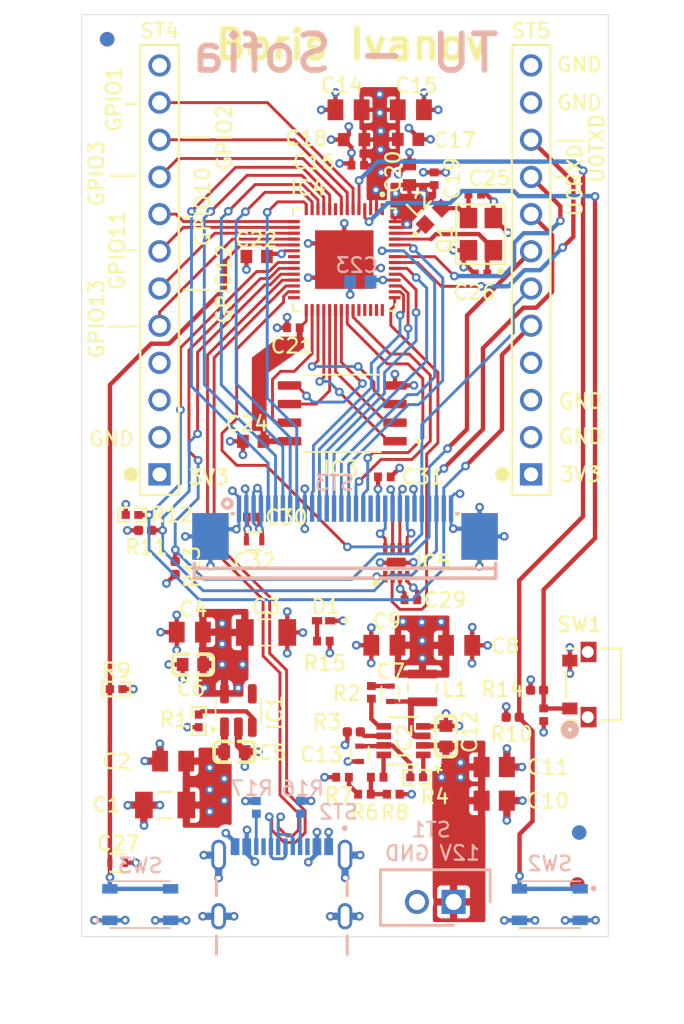
<source format=kicad_pcb>
(kicad_pcb (version 20241229) (generator "pcbnew") (generator_version "9.0")
  (title_block (title "Digital Cockpit PCB") (date "2025-04-24") (rev "1.0"))
  (layers (0 "F.Cu" signal "Top.Cu") (4 "In1.Cu" signal) (6 "In2.Cu" signal) (2 "B.Cu" signal "Bot.Cu") (13 "F.Paste" user "Top.Paste") (15 "B.Paste" user "Bot.Paste") (5 "F.SilkS" user "Top.Silkscreen") (7 "B.SilkS" user "Bot.Silkscreen") (1 "F.Mask" user "Top.Mask") (3 "B.Mask" user "Bot.Mask") (25 "Edge.Cuts" user))
  (net 0 "")
  (net 1 "+3V3")
  (net 2 "+12V")
  (net 3 "/Power Management/+12V_INT_LDO")
  (net 4 "/Power Management/+3V3_SW_IC_IN")
  (net 6 "/Power Management/5V_EN_IC_IN")
  (net 7 "/Power Management/+3V3_BST_IC_IN")
  (net 8 "/Microcontroller/XTAL_P")
  (net 9 "/Microcontroller/XTAL_N")
  (net 10 "/Microcontroller/RX_XTAL_P_IC_IN")
  (net 11 "BOOT")
  (net 12 "/Microcontroller/SPID")
  (net 13 "/Power Management/PGOOD_12V")
  (net 14 "/Power Management/+12V_EN_IC_IN")
  (net 15 "/Power Management/+3V3_FEEDBACK_IC_IN")
  (net 16 "/Microcontroller/SPIHD")
  (net 17 "/Microcontroller/SPICLK")
  (net 18 "/Microcontroller/SPIWP")
  (net 19 "/Microcontroller/SPIQ")
  (net 20 "/Microcontroller/SPICS0")
  (net 21 "/Power Management/+3V3_FB_MID")
  (net 22 "/Power Management/+3V3_FB_HS")
  (net 23 "GND")
  (net 24 "+5V")
  (net 25 "RESET")
  (net 26 "ESP_LCD_D4")
  (net 27 "I2C_SDA")
  (net 28 "ESP_LCD_BLK")
  (net 29 "ESP_TP_RESET")
  (net 30 "ESP_LCD_D3")
  (net 31 "GPIO1")
  (net 32 "ESP_LCD_D0")
  (net 33 "GPIO13")
  (net 34 "ESP_LCD_D2")
  (net 35 "ESP_LCD_D1")
  (net 36 "GPIO11")
  (net 37 "I2C_SCL")
  (net 38 "ESP_LCD_D{slash}C")
  (net 39 "GPIO0")
  (net 40 "U0RXD")
  (net 41 "ESP_LCD_D7")
  (net 42 "ESP_LCD_RES")
  (net 43 "ESP_LCD_D5")
  (net 44 "GPIO12")
  (net 45 "GPIO2")
  (net 46 "ESP_LCD_WR")
  (net 48 "ESP_LCD_RD")
  (net 49 "ESP_LCD_CS")
  (net 50 "GPIO10")
  (net 51 "U0TXD")
  (net 52 "ESP_LCD_D6")
  (net 53 "ESP_TP_INT")
  (net 54 "GPIO3")
  (net 56 "Net-(C7-Pad1)")
  (net 67 "/Input Connectors/CC1")
  (net 68 "/Input Connectors/CC2")
  (net 69 "VDD_SDIO")
  (net 74 "/Display Connector and Driver/LEDK3")
  (net 75 "/Display Connector and Driver/LEDK4")
  (net 76 "/Display Connector and Driver/LEDK2")
  (net 77 "/Display Connector and Driver/LEDK1")
  (net 78 "Net-(D1-Pad2)")
  (net 79 "ESP_USB_D+")
  (net 80 "ESP_USB_D-")
  (footprint "MPQ4420HGJ-Z:TSOT23-8_MPQ4420H_MNP" (layer "F.Cu") (at 99.4 140.8 180)
    (property "Reference" "IC2")
    (property "Value" "MPQ4420HGJ-Z")
  )
  (footprint "RC0402FR-078K2L:RESC1005X40N" (layer "F.Cu") (at 95.232 143.3 180)
    (property "Reference" "R7")
    (property "Value" "8.2k")
  )
  (footprint "W25Q128JVSIQ:SOIC127P790X216-8N" (layer "F.Cu") (at 95.21 118.44 180)
    (property "Reference" "IC3")
    (property "Value" "W25Q128JVSIQ")
  )
  (footprint "CC0402KRX7R7BB104:CAPC1005X55N" (layer "F.Cu") (at 89.185 127.16)
    (property "Reference" "C32")
    (property "Value" "100nF")
  )
  (footprint "VLS252012HBX-100M-1:IND_VLS252012HBX-100M-1" (layer "F.Cu") (at 100.7 137.2 90)
    (property "Reference" "L1")
    (property "Value" "10uH")
  )
  (footprint "RC0402JR-0710KL:RC0402JR-0710KL" (layer "F.Cu") (at 81.73 126.43 90)
    (property "Reference" "R11")
    (property "Value" "10k")
  )
  (footprint "GRM155R60J105KE19D:CAPC1005X55N" (layer "F.Cu") (at 96.27 101.49 180)
    (property "Reference" "C16")
    (property "Value" "1uF")
  )
  (footprint "CC0603KRX7R9BB104:CC0603KRX7R9BB104" (layer "F.Cu") (at 96.02 99.74 180)
    (property "Reference" "C18")
    (property "Value" "100nF")
  )
  (footprint "RC0402JR-0710KL:RC0402JR-0710KL" (layer "F.Cu") (at 106.865 139.2 -90)
    (property "Reference" "R10")
    (property "Value" "10k")
  )
  (footprint "RC0402FR-07100KL:RC0402FR-07100KL" (layer "F.Cu") (at 85.4 139.45 90)
    (property "Reference" "R1")
    (property "Value" "100k")
  )
  (footprint "CC0402KRX7R7BB104:CAPC1005X55N" (layer "F.Cu") (at 96.4 141.7 -90)
    (property "Reference" "C13")
    (property "Value" "100nF")
  )
  (footprint "RC0402FR-07100KL:RC0402FR-07100KL" (layer "F.Cu") (at 79.76 137.28)
    (property "Reference" "R9")
    (property "Value" "100k")
  )
  (footprint "CC0603KRX7R9BB104:CC0603KRX7R9BB104" (layer "F.Cu") (at 99.71 99.72)
    (property "Reference" "C17")
    (property "Value" "100nF")
  )
  (footprint "CL21A106KAYNNNE:CAPC2012X135N" (layer "F.Cu") (at 105.6 144.9)
    (property "Reference" "C10")
    (property "Value" "10uF")
  )
  (footprint "GRM21BR61A226ME51L:CAPC2012X140N" (layer "F.Cu") (at 98.09 134.28 180)
    (property "Reference" "C9")
    (property "Value" "22uF")
  )
  (footprint "RC0402FR-07100KL:RC0402FR-07100KL" (layer "F.Cu") (at 80.843 125.38 180)
    (property "Reference" "R12")
    (property "Value" "100k")
  )
  (footprint "CC0603KRX7R9BB104:CC0603KRX7R9BB104" (layer "F.Cu") (at 99.81 102.14 90)
    (property "Reference" "C20")
    (property "Value" "100nF")
  )
  (footprint "GRM155R60J105KE19D:CAPC1005X55N" (layer "F.Cu") (at 98.09 122.78)
    (property "Reference" "C31")
    (property "Value" "1uF")
  )
  (footprint "CC0603KRX7R9BB104:CC0603KRX7R9BB104" (layer "F.Cu") (at 89.12 120.35 180)
    (property "Reference" "C24")
    (property "Value" "100nF")
  )
  (footprint "Fiducial:Fiducial_1mm_Mask2mm" (layer "F.Cu") (at 79.14 92.88)
    (property "Reference" "FID4" (hide yes))
    (property "Value" "Fiducial")
  )
  (footprint "S3240000151040:CRYSTAL-SMD_4P-L3.2-W2.5-BL" (layer "F.Cu") (at 104.69 106.195 90)
    (property "Reference" "Q1")
    (property "Value" "40MHz")
  )
  (footprint "RC0402JR-0720RL:RESC1005X40N" (layer "F.Cu") (at 97.2 137.5 90)
    (property "Reference" "R2")
    (property "Value" "20")
  )
  (footprint "Package_TO_SOT_SMD:SOT-23-5" (layer "F.Cu") (at 88.11 138.7375 90)
    (property "Reference" "IC1")
    (property "Value" "AP2112K-3.3")
  )
  (footprint "CL21A106KAYNNNE:CAPC2012X135N" (layer "F.Cu") (at 105.6 142.6)
    (property "Reference" "C11")
    (property "Value" "10uF")
  )
  (footprint "Fiducial:Fiducial_1mm_Mask2mm" (layer "F.Cu") (at 111.29 150.63)
    (property "Reference" "FID3" (hide yes))
    (property "Value" "Fiducial")
  )
  (footprint "CC0402KRX7R7BB104:CAPC1005X55N" (layer "F.Cu") (at 79.85 149.14)
    (property "Reference" "C27")
    (property "Value" "100nF")
  )
  (footprint "GRM21BR61A226ME51L:CAPC2012X140N" (layer "F.Cu") (at 103.2 134.29)
    (property "Reference" "C8")
    (property "Value" "22uF")
  )
  (footprint "GRM155R60J105KE19D:CAPC1005X55N" (layer "F.Cu") (at 99.9 131.18)
    (property "Reference" "C29")
    (property "Value" "1uF")
  )
  (footprint "GRM155R60J105KE19D:CAPC1005X55N" (layer "F.Cu") (at 89.12 125.53)
    (property "Reference" "C30")
    (property "Value" "1uF")
  )
  (footprint "ESP32-S3R8:QFN40P700X700X90-57N" (layer "F.Cu") (at 95.35 107.935 -90)
    (property "Reference" "IC4")
    (property "Value" "ESP32-S3R8")
  )
  (footprint "APHHS1005CGCK:LED_APHHS1005CGCK" (layer "F.Cu") (at 93.9375 132.61 180)
    (property "Reference" "D1")
    (property "Value" "APHHS1005CGCK")
  )
  (footprint "AW9364DNR:SON50P200X200X80-9N-D" (layer "F.Cu") (at 98.9 128.65 90)
    (property "Reference" "IC5")
    (property "Value" "AW9364DNR" (hide yes))
  )
  (footprint "GRM1555C1H150JA01D:CAPC1005X55N" (layer "F.Cu") (at 104.27 103.465)
    (property "Reference" "C25")
    (property "Value" "15pF")
  )
  (footprint "GRM31CR61A476ME15L:CAPC3216X180N" (layer "F.Cu") (at 83.1 145.2 180)
    (property "Reference" "C1")
    (property "Value" "47uF")
  )
  (footprint "RC0402FR-07100KL:RC0402FR-07100KL" (layer "F.Cu") (at 100.3 143.3 180)
    (property "Reference" "R4")
    (property "Value" "100k")
  )
  (footprint "GRM155R60J105KE19D:CAPC1005X55N" (layer "F.Cu") (at 91.87 112.59 180)
    (property "Reference" "C21")
    (property "Value" "1uF")
  )
  (footprint "LQG18HN22NJ00D:INDC1608X95N" (layer "F.Cu") (at 101.43 104.975 -135)
    (property "Reference" "L2")
    (property "Value" "22nH")
  )
  (footprint "GRM31CR61A476ME15L:CAPC3216X180N" (layer "F.Cu") (at 90 133.41)
    (property "Reference" "C3")
    (property "Value" "47uF")
  )
  (footprint "CC0603KRX7R9BB104:CC0603KRX7R9BB104" (layer "F.Cu") (at 87.84 141.56)
    (property "Reference" "C5")
    (property "Value" "100nF")
  )
  (footprint "RC0402FR-0751KL:RESC1005X40N" (layer "F.Cu") (at 97.6 143.3 180)
    (property "Reference" "R5" (hide yes))
    (property "Value" "51k")
  )
  (footprint "GRM21BR61A226ME51L:CAPC2012X140N" (layer "F.Cu") (at 84.79 133.39 180)
    (property "Reference" "C4")
    (property "Value" "22uF")
  )
  (footprint "CC0603KRX7R9BB104:CC0603KRX7R9BB104" (layer "F.Cu") (at 89.36 107.72 180)
    (property "Reference" "C22")
    (property "Value" "100nF")
  )
  (footprint "RC0402JR-0710KL:RC0402JR-0710KL" (layer "F.Cu") (at 108.53 137.35 -90)
    (property "Reference" "R14")
    (property "Value" "10k")
  )
  (footprint "TS-1010B-B-A:SW_010B-B-A_XKB" (layer "F.Cu") (at 110.770717 138.604571 -90)
    (property "Reference" "SW1")
    (property "Value" "TS-1010B-B-A")
  )
  (footprint "GRM1555C1H150JA01D:CAPC1005X55N" (layer "F.Cu") (at 104.7 108.915 180)
    (property "Reference" "C26")
    (property "Value" "15pF")
  )
  (footprint "GRM155R60J105KE19D:CAPC1005X55N" (layer "F.Cu") (at 101.5 102.41 90)
    (property "Reference" "C19")
    (property "Value" "1uF")
  )
  (footprint "RC0402FR-07220RL:RESC1005X40N" (layer "F.Cu") (at 93.92 134 180)
    (property "Reference" "R15")
    (property "Value" "220")
  )
  (footprint "CC0603KRX7R9BB104:CC0603KRX7R9BB104" (layer "F.Cu") (at 85 135.6 180)
    (property "Reference" "C6")
    (property "Value" "100nF")
  )
  (footprint "12P_2.54_X6511WV-12H-C60D30:X6511WV-12H-C60D30" (layer "F.Cu") (at 82.7199 122.61 -90)
    (property "Reference" "ST4")
    (property "Value" "12 Pin 2.54 Header")
  )
  (footprint "GRM21BR61A226ME51L:CAPC2012X140N" (layer "F.Cu") (at 99.9 97.7)
    (property "Reference" "C15")
    (property "Value" "22uF")
  )
  (footprint "CC0402KRX7R7BB104:CAPC1005X55N" (layer "F.Cu") (at 98.5 137.6 -90)
    (property "Reference" "C7")
    (property "Value" "100nF")
  )
  (footprint "GRM155R60J105KE19D:CAPC1005X55N" (layer "F.Cu") (at 108.98 139.03 -90)
    (property "Reference" "C28" (hide yes))
    (property "Value" "1uF")
  )
  (footprint "CC0603KRX7R9BB104:CC0603KRX7R9BB104" (layer "F.Cu") (at 102.3 140.5 90)
    (property "Reference" "C12")
    (property "Value" "100nF")
  )
  (footprint "GRM21BR61A226ME51L:CAPC2012X140N" (layer "F.Cu") (at 95.64 97.7 180)
    (property "Reference" "C14")
    (property "Value" "22uF")
  )
  (footprint "RC0402JR-071ML:R0402" (layer "F.Cu") (at 96 140.2 90)
    (property "Reference" "R3")
    (property "Value" "1M")
  )
  (footprint "12P_2.54_X6511WV-12H-C60D30:X6511WV-12H-C60D30" (layer "F.Cu") (at 108.1199 122.61 -90)
    (property "Reference" "ST5")
    (property "Value" "12 Pin 2.54 Header")
  )
  (footprint "GRM21BR61A226ME51L:CAPC2012X140N" (layer "F.Cu") (at 83.65 142.2 180)
    (property "Reference" "C2")
    (property "Value" "22uF")
  )
  (footprint "RC0402JR-0710KL:RC0402JR-0710KL" (layer "F.Cu") (at 83.79 129)
    (property "Reference" "R13")
    (property "Value" "10k")
  )
  (footprint "RC0402FR-0733KL:RESC1005X40N" (layer "F.Cu") (at 96.725 144.46 180)
    (property "Reference" "R6")
    (property "Value" "33k")
  )
  (footprint "0402WGF1302TCE:RESC1005X40N" (layer "F.Cu") (at 98.7 144.46)
    (property "Reference" "R8")
    (property "Value" "13k")
  )
  (footprint "Fiducial:Fiducial_1mm_Mask2mm" (layer "B.Cu") (at 79.14 92.88 180)
    (property "Reference" "FID1" (hide yes))
    (property "Value" "Fiducial")
  )
  (footprint "KH-CL0.5-H2.0-30PIN:KH-CL0.5-H2.0-30PIN" (layer "B.Cu") (at 95.4 125.9 180)
    (property "Reference" "ST3")
    (property "Value" "~")
  )
  (footprint "PTS810SJK250SMTRLFS:PTS810SJG250SMTRLFS" (layer "B.Cu") (at 109.4 152 180)
    (property "Reference" "SW2")
    (property "Value" "PTS810SJK250SMTRLFS")
  )
  (footprint "Fiducial:Fiducial_1mm_Mask2mm" (layer "B.Cu") (at 111.41 147.08 180)
    (property "Reference" "FID2" (hide yes))
    (property "Value" "Fiducial")
  )
  (footprint "PTS810SJK250SMTRLFS:PTS810SJG250SMTRLFS" (layer "B.Cu") (at 81.4 152)
    (property "Reference" "SW3")
    (property "Value" "PTS810SJK250SMTRLFS")
  )
  (footprint "CC0603KRX7R9BB104:CC0603KRX7R9BB104" (layer "B.Cu") (at 96.45 109.46 180)
    (property "Reference" "C23")
    (property "Value" "100nF" (hide yes))
  )
  (footprint "0402WGF5101TCE:RESC1005X40N" (layer "B.Cu") (at 89.34 145.36 90)
    (property "Reference" "R17")
    (property "Value" "5.1k")
  )
  (footprint "0402WGF5101TCE:RESC1005X40N" (layer "B.Cu") (at 92.35 145.35 90)
    (property "Reference" "R16")
    (property "Value" "5.1k")
  )
  (footprint "TYPE-C-USB4105-GF-A:GCT_USB4105-GF-A" (layer "B.Cu") (at 91.08 152.8 180)
    (property "Reference" "ST2")
    (property "Value" "USB4105-GF-A")
  )
  (footprint "JST_B2B-EH-A(LF)(SN):SHDR2W64P0X250_1X2_750X380X600P" (layer "B.Cu") (at 102.82 151.82 180)
    (property "Reference" "ST1")
    (property "Value" "B2B-EH-A (LF)(SN)" (hide yes))
  )
  (gr_line (start 84.4 99.6) (end 86.1 99.6) (stroke (width 0.16)) (layer "F.SilkS"))
  (gr_line (start 79.3 102.2) (end 81.1 102.2) (stroke (width 0.16)) (layer "F.SilkS"))
  (gr_line (start 109.8 102.3) (end 110.3 102.3) (stroke (width 0.16)) (layer "F.SilkS"))
  (gr_line (start 84.4 110) (end 86.1 110) (stroke (width 0.16)) (layer "F.SilkS"))
  (gr_line (start 109.8 99.8) (end 111.7 99.8) (stroke (width 0.16)) (layer "F.SilkS"))
  (gr_line (start 81.1 112.5) (end 79.3 112.5) (stroke (width 0.16)) (layer "F.SilkS"))
  (gr_line (start 84.4 105) (end 84.9 105) (stroke (width 0.16)) (layer "F.SilkS"))
  (gr_line (start 81.1 97.3) (end 80.4 97.3) (stroke (width 0.16)) (layer "F.SilkS"))
  (gr_line (start 80.6 107.3) (end 80.55 107.3) (stroke (width 0.1)) (layer "F.SilkS"))
  (gr_line (start 81.1 107.3) (end 80.5 107.3) (stroke (width 0.16)) (layer "F.SilkS"))
  (gr_rect (start 77.4 91.2) (end 113.4 154.2) (stroke (width 0.05)) (fill no) (layer "Edge.Cuts"))
  (gr_text "Boris Ivanov" (at 86.33 94.42 0) (layer "F.SilkS") (effects (font (size 2 2) (thickness 0.4) (bold yes)) (justify left bottom)))
  (gr_text "GPIO12" (at 87.71 112.42 90) (layer "F.SilkS") (effects (font (size 1 1) (thickness 0.16)) (justify left bottom)))
  (gr_text "3V3" (at 110 123.2 0) (layer "F.SilkS") (effects (font (size 1 1) (thickness 0.16)) (justify left bottom)))
  (gr_text "GPIO1" (at 80.2 99.32 90) (layer "F.SilkS") (effects (font (size 1 1) (thickness 0.16)) (justify left bottom)))
  (gr_text "GND" (at 109.9 120.6 0) (layer "F.SilkS") (effects (font (size 1 1) (thickness 0.16)) (justify left bottom)))
  (gr_text "U0RXD" (at 111.7 105.1 90) (layer "F.SilkS") (effects (font (size 1 1) (thickness 0.16)) (justify left bottom)))
  (gr_text "GPIO3" (at 79 104.4 90) (layer "F.SilkS") (effects (font (size 1 1) (thickness 0.16)) (justify left bottom)))
  (gr_text "GND" (at 109.8 97.8 0) (layer "F.SilkS") (effects (font (size 1 1) (thickness 0.16)) (justify left bottom)))
  (gr_text "GPIO2" (at 87.74 101.95 90) (layer "F.SilkS") (effects (font (size 1 1) (thickness 0.16)) (justify left bottom)))
  (gr_text "GPIO10" (at 86.25 107.14 90) (layer "F.SilkS") (effects (font (size 1 1) (thickness 0.16)) (justify left bottom)))
  (gr_text "GPIO13" (at 79 114.82 90) (layer "F.SilkS") (effects (font (size 1 1) (thickness 0.16)) (justify left bottom)))
  (gr_text "GND" (at 109.9 118.2 0) (layer "F.SilkS") (effects (font (size 1 1) (thickness 0.16)) (justify left bottom)))
  (gr_text "GND" (at 77.8 120.77 0) (layer "F.SilkS") (effects (font (size 1 1) (thickness 0.16)) (justify left bottom)))
  (gr_text "GPIO11" (at 80.41 110.12 90) (layer "F.SilkS") (effects (font (size 1 1) (thickness 0.16)) (justify left bottom)))
  (gr_text "3V3" (at 84.6 123.4 0) (layer "F.SilkS") (effects (font (size 1 1) (thickness 0.16)) (justify left bottom)))
  (gr_text "U0TXD" (at 113.2 102.8 90) (layer "F.SilkS") (effects (font (size 1 1) (thickness 0.16)) (justify left bottom)))
  (gr_text "GND" (at 109.8 95.2 0) (layer "F.SilkS") (effects (font (size 1 1) (thickness 0.16)) (justify left bottom)))
  (gr_text "12V" (at 104.72 149.06 0) (layer "B.SilkS") (effects (font (size 1 1) (thickness 0.16)) (justify left bottom mirror)))
  (gr_text "GND" (at 101.28 149.08 0) (layer "B.SilkS") (effects (font (size 1 1) (thickness 0.16)) (justify left bottom mirror)))
  (gr_text "TU - Sofia" (at 106.14 95.3 0) (layer "B.SilkS") (effects (font (size 2.5 2.5) (thickness 0.4)) (justify left bottom mirror)))
  (segment (start 98.795 105.735) (end 99.475323 105.735) (width 0.2) (layer "F.Cu") (net 1))
  (segment (start 80.41 124.653) (end 80.413 124.65) (width 0.3) (layer "F.Cu") (net 1))
  (segment (start 91.058548 107.542834) (end 90.237166 107.542834) (width 0.3) (layer "F.Cu") (net 1))
  (segment (start 83.79 129.4445) (end 83.19 130.0445) (width 0.3) (layer "F.Cu") (net 1))
  (segment (start 97.55 104.49) (end 97.55 103.71) (width 0.2) (layer "F.Cu") (net 1))
  (segment (start 106.42 139.1995) (end 106.4205 139.2) (width 0.3) (layer "F.Cu") (net 1))
  (segment (start 91.905 107.335) (end 91.266382 107.335) (width 0.2) (layer "F.Cu") (net 1))
  (segment (start 97.15 104.49) (end 97.15 103.7) (width 0.2) (layer "F.Cu") (net 1))
  (segment (start 81.2855 126.43) (end 80.53 126.43) (width 0.3) (layer "F.Cu") (net 1))
  (segment (start 99.15 129.6) (end 99.15 130.41) (width 0.2) (layer "F.Cu") (net 1))
  (segment (start 97.658 122.78) (end 97.658 123.602) (width 0.3) (layer "F.Cu") (net 1))
  (segment (start 98.795 109.335) (end 97.995 109.335) (width 0.2) (layer "F.Cu") (net 1))
  (segment (start 91.266382 107.335) (end 91.058548 107.542834) (width 0.2) (layer "F.Cu") (net 1))
  (segment (start 99.468 130.728) (end 99.17 130.43) (width 0.3) (layer "F.Cu") (net 1))
  (segment (start 98.795 105.335) (end 98.795 105.010938) (width 0.2) (layer "F.Cu") (net 1))
  (segment (start 98.795 105.335) (end 99.385 105.335) (width 0.2) (layer "F.Cu") (net 1))
  (segment (start 99.468 131.18) (end 99.468 130.728) (width 0.3) (layer "F.Cu") (net 1))
  (segment (start 83.19 130.0445) (end 83.19 130.06) (width 0.3) (layer "F.Cu") (net 1))
  (segment (start 106.42 138.47) (end 106.42 139.1995) (width 0.3) (layer "F.Cu") (net 1))
  (segment (start 80.53 126.43) (end 80.52 126.44) (width 0.3) (layer "F.Cu") (net 1))
  (segment (start 108.095274 136.632129) (end 108.0855 136.641903) (width 0.3) (layer "F.Cu") (net 1))
  (segment (start 80.193 137.28) (end 80.93 137.28) (width 0.3) (layer "F.Cu") (net 1))
  (segment (start 88.66 126.43) (end 88.74 126.35) (width 0.3) (layer "F.Cu") (net 1))
  (segment (start 94.359949 134.812882) (end 94.352 134.804933) (width 0.3) (layer "F.Cu") (net 1))
  (segment (start 94.352 134.804933) (end 94.352 134) (width 0.3) (layer "F.Cu") (net 1))
  (segment (start 88.688 126.298) (end 88.74 126.35) (width 0.3) (layer "F.Cu") (net 1))
  (segment (start 108.0855 136.641903) (end 108.0855 137.35) (width 0.3) (layer "F.Cu") (net 1))
  (segment (start 88.66 127.16) (end 88.66 126.43) (width 0.3) (layer "F.Cu") (net 1))
  (segment (start 90.237166 107.542834) (end 90.06 107.72) (width 0.3) (layer "F.Cu") (net 1))
  (segment (start 94.8 143.3) (end 94.002 143.3) (width 0.3) (layer "F.Cu") (net 1))
  (segment (start 88.688 125.53) (end 88.688 126.298) (width 0.3) (layer "F.Cu") (net 1))
  (segment (start 80.41 125.38) (end 80.41 124.653) (width 0.3) (layer "F.Cu") (net 1))
  (segment (start 98.795 105.010938) (end 98.79478 105.010718) (width 0.2) (layer "F.Cu") (net 1))
  (segment (start 99.15 130.41) (end 99.17 130.43) (width 0.2) (layer "F.Cu") (net 1))
  (segment (start 97.995 109.335) (end 97.99 109.33) (width 0.2) (layer "F.Cu") (net 1))
  (via (at 97.78 97.91) (size 0.6) (drill 0.3) (layers "F.Cu" "B.Cu") (net 1))
  (via (at 97.88 101.99) (size 0.6) (drill 0.3) (layers "F.Cu" "B.Cu") (net 1))
  (via (at 94.359949 134.812882) (size 0.6) (drill 0.3) (layers "F.Cu" "B.Cu") (net 1))
  (via (at 98.86 103.42) (size 0.6) (drill 0.3) (layers "F.Cu" "B.Cu") (net 1))
  (via (at 98.85 104.67) (size 0.6) (drill 0.3) (layers "F.Cu" "B.Cu") (net 1))
  (via (at 83.19 130.06) (size 0.6) (drill 0.3) (layers "F.Cu" "B.Cu") (net 1))
  (via (at 100.69 135.17) (size 0.6) (drill 0.3) (layers "F.Cu" "B.Cu") (net 1))
  (via (at 88.1 137.2) (size 0.6) (drill 0.3) (layers "F.Cu" "B.Cu") (net 1))
  (via (at 91.058548 107.542834) (size 0.6) (drill 0.3) (layers "F.Cu" "B.Cu") (net 1))
  (via (at 97.83 100.42) (size 0.6) (drill 0.3) (layers "F.Cu" "B.Cu") (net 1))
  (via (at 97.65 123.61) (size 0.6) (drill 0.3) (layers "F.Cu" "B.Cu") (net 1))
  (via (at 88.57 123.59) (size 0.6) (drill 0.3) (layers "F.Cu" "B.Cu") (net 1))
  (via (at 100.77 103.44) (size 0.6) (drill 0.3) (layers "F.Cu" "B.Cu") (net 1))
  (via (at 80.93 137.28) (size 0.6) (drill 0.3) (layers "F.Cu" "B.Cu") (net 1))
  (via (at 80.413 124.65) (size 0.6) (drill 0.3) (layers "F.Cu" "B.Cu") (net 1))
  (via (at 87 132.8) (size 0.6) (drill 0.3) (layers "F.Cu" "B.Cu") (net 1))
  (via (at 97.51 103.17) (size 0.6) (drill 0.3) (layers "F.Cu" "B.Cu") (net 1))
  (via (at 100.65 132.71) (size 0.6) (drill 0.3) (layers "F.Cu" "B.Cu") (net 1))
  (via (at 106.42 138.47) (size 0.6) (drill 0.3) (layers "F.Cu" "B.Cu") (net 1))
  (via (at 97.77 96.64) (size 0.6) (drill 0.3) (layers "F.Cu" "B.Cu") (net 1))
  (via (at 97.84 99.15) (size 0.6) (drill 0.3) (layers "F.Cu" "B.Cu") (net 1))
  (via (at 108.095274 136.632129) (size 0.6) (drill 0.3) (layers "F.Cu" "B.Cu") (net 1))
  (via (at 80.52 126.44) (size 0.6) (drill 0.3) (layers "F.Cu" "B.Cu") (net 1))
  (via (at 97.99 109.33) (size 0.6) (drill 0.3) (layers "F.Cu" "B.Cu") (net 1))
  (via (at 87 134.2) (size 0.6) (drill 0.3) (layers "F.Cu" "B.Cu") (net 1))
  (via (at 85.8 137.2) (size 0.6) (drill 0.3) (layers "F.Cu" "B.Cu") (net 1))
  (via (at 101.97 132.68) (size 0.6) (drill 0.3) (layers "F.Cu" "B.Cu") (net 1))
  (via (at 100.68 133.97) (size 0.6) (drill 0.3) (layers "F.Cu" "B.Cu") (net 1))
  (via (at 88.4 135.6) (size 0.6) (drill 0.3) (layers "F.Cu" "B.Cu") (net 1))
  (via (at 99.35 132.66) (size 0.6) (drill 0.3) (layers "F.Cu" "B.Cu") (net 1))
  (via (at 88.74 126.35) (size 0.6) (drill 0.3) (layers "F.Cu" "B.Cu") (net 1))
  (via (at 99.17 130.43) (size 0.6) (drill 0.3) (layers "F.Cu" "B.Cu") (net 1))
  (via (at 87 135.6) (size 0.6) (drill 0.3) (layers "F.Cu" "B.Cu") (net 1))
  (via (at 99.63 105.52) (size 0.6) (drill 0.3) (layers "F.Cu" "B.Cu") (net 1))
  (via (at 94.002 143.3) (size 0.6) (drill 0.3) (layers "F.Cu" "B.Cu") (net 1))
  (segment (start 97.99 109.33) (end 97.28 109.33) (width 0.3) (layer "B.Cu") (net 1))
  (segment (start 97.65 124.95) (end 97.65 123.61) (width 0.2) (layer "B.Cu") (net 1))
  (segment (start 97.28 109.33) (end 97.15 109.46) (width 0.3) (layer "B.Cu") (net 1))
  (segment (start 88.65 124.95) (end 88.65 123.67) (width 0.2) (layer "B.Cu") (net 1))
  (segment (start 88.65 124.95) (end 88.65 126.26) (width 0.2) (layer "B.Cu") (net 1))
  (segment (start 88.65 126.26) (end 88.74 126.35) (width 0.2) (layer "B.Cu") (net 1))
  (segment (start 88.65 123.67) (end 88.57 123.59) (width 0.2) (layer "B.Cu") (net 1))
  (segment (start 95.5555 140.2) (end 95.5555 140.9445) (width 0.3) (layer "F.Cu") (net 2))
  (segment (start 102.225001 141.125001) (end 102.3 141.2) (width 0.3) (layer "F.Cu") (net 2))
  (segment (start 100.749751 141.125001) (end 102.225001 141.125001) (width 0.4) (layer "F.Cu") (net 2))
  (segment (start 95.5555 140.9445) (end 95.4 141.1) (width 0.3) (layer "F.Cu") (net 2))
  (via (at 103.3 142.3) (size 0.6) (drill 0.3) (layers "F.Cu" "B.Cu") (net 2))
  (via (at 103.3 143.3) (size 0.6) (drill 0.3) (layers "F.Cu" "B.Cu") (net 2))
  (via (at 95.4 141.1) (size 0.6) (drill 0.3) (layers "F.Cu" "B.Cu") (net 2))
  (via (at 102 143.3) (size 0.6) (drill 0.3) (layers "F.Cu" "B.Cu") (net 2))
  (segment (start 99.867 142.362701) (end 99.867 143.3) (width 0.3) (layer "F.Cu") (net 3))
  (segment (start 98.6293 141.125001) (end 99.867 142.362701) (width 0.3) (layer "F.Cu") (net 3))
  (segment (start 98.050249 141.125001) (end 98.6293 141.125001) (width 0.3) (layer "F.Cu") (net 3))
  (segment (start 98.00025 141.175) (end 98.050249 141.125001) (width 0.3) (layer "F.Cu") (net 3))
  (segment (start 96.4 141.175) (end 98.00025 141.175) (width 0.3) (layer "F.Cu") (net 3))
  (segment (start 99.91 138.15) (end 100.7 138.15) (width 0.3) (layer "F.Cu") (net 4))
  (segment (start 98.5 138.125) (end 100.675 138.125) (width 0.3) (layer "F.Cu") (net 4))
  (segment (start 100.749751 140.474999) (end 100.154999 140.474999) (width 0.4) (layer "F.Cu") (net 4))
  (segment (start 100.675 138.125) (end 100.7 138.15) (width 0.3) (layer "F.Cu") (net 4))
  (segment (start 100.154999 140.474999) (end 99.91 140.23) (width 0.4) (layer "F.Cu") (net 4))
  (segment (start 99.91 140.23) (end 99.91 138.15) (width 0.4) (layer "F.Cu") (net 4))
  (segment (start 85.617 138.8) (end 88.647499 138.8) (width 0.3) (layer "F.Cu") (net 6))
  (segment (start 88.647499 138.8) (end 89.06 139.212501) (width 0.3) (layer "F.Cu") (net 6))
  (segment (start 89.06 139.212501) (end 89.06 139.875) (width 0.3) (layer "F.Cu") (net 6))
  (segment (start 85.4 139.017) (end 85.617 138.8) (width 0.3) (layer "F.Cu") (net 6))
  (segment (start 97.715001 139.825001) (end 98.050249 139.825001) (width 0.3) (layer "F.Cu") (net 7))
  (segment (start 97.2 137.932) (end 97.2 139.31) (width 0.3) (layer "F.Cu") (net 7))
  (segment (start 97.2 139.31) (end 97.715001 139.825001) (width 0.3) (layer "F.Cu") (net 7))
  (segment (start 103.838 103.465) (end 103.838 105.093) (width 0.3) (layer "F.Cu") (net 8))
  (segment (start 103.838 105.093) (end 103.84 105.095) (width 0.3) (layer "F.Cu") (net 8))
  (segment (start 101.985079 104.419921) (end 103.164921 104.419921) (width 0.3) (layer "F.Cu") (net 8))
  (segment (start 103.164921 104.419921) (end 103.84 105.095) (width 0.3) (layer "F.Cu") (net 8))
  (segment (start 105.132 107.703) (end 105.54 107.295) (width 0.3) (layer "F.Cu") (net 9))
  (segment (start 101.285 106.535) (end 98.795 106.535) (width 0.2) (layer "F.Cu") (net 9))
  (segment (start 101.63 106.19) (end 104.537 106.19) (width 0.3) (layer "F.Cu") (net 9))
  (segment (start 105.54 107.193) (end 105.54 107.295) (width 0.3) (layer "F.Cu") (net 9))
  (segment (start 101.285 106.535) (end 101.63 106.19) (width 0.3) (layer "F.Cu") (net 9))
  (segment (start 104.537 106.19) (end 105.54 107.193) (width 0.3) (layer "F.Cu") (net 9))
  (segment (start 105.132 108.915) (end 105.132 107.703) (width 0.3) (layer "F.Cu") (net 9))
  (segment (start 100.27 106.135) (end 100.874921 105.530079) (width 0.2) (layer "F.Cu") (net 10))
  (segment (start 98.795 106.135) (end 100.27 106.135) (width 0.2) (layer "F.Cu") (net 10))
  (segment (start 88.275 106.935) (end 87.19 108.02) (width 0.2) (layer "F.Cu") (net 11))
  (segment (start 91.905 106.935) (end 88.275 106.935) (width 0.2) (layer "F.Cu") (net 11))
  (segment (start 79.33 150.14) (end 79.33 149.145) (width 0.3) (layer "F.Cu") (net 11))
  (segment (start 79.327 140.81) (end 79.327 137.28) (width 0.3) (layer "F.Cu") (net 11))
  (segment (start 83.37 113.68) (end 82.14 113.68) (width 0.3) (layer "F.Cu") (net 11))
  (segment (start 79.327 116.493) (end 79.327 137.28) (width 0.3) (layer "F.Cu") (net 11))
  (segment (start 79.325 149.14) (end 79.325 140.812) (width 0.3) (layer "F.Cu") (net 11))
  (segment (start 87.19 108.02) (end 87.19 109.86) (width 0.3) (layer "F.Cu") (net 11))
  (segment (start 79.33 149.145) (end 79.325 149.14) (width 0.3) (layer "F.Cu") (net 11))
  (segment (start 87.19 109.86) (end 83.37 113.68) (width 0.3) (layer "F.Cu") (net 11))
  (segment (start 82.14 113.68) (end 79.327 116.493) (width 0.3) (layer "F.Cu") (net 11))
  (segment (start 79.325 140.812) (end 79.327 140.81) (width 0.3) (layer "F.Cu") (net 11))
  (via (at 79.33 150.14) (size 0.6) (drill 0.3) (layers "F.Cu" "B.Cu") (net 11))
  (segment (start 79.325 150.925) (end 79.325 150.145) (width 0.3) (layer "B.Cu") (net 11))
  (segment (start 79.325 150.145) (end 79.33 150.14) (width 0.3) (layer "B.Cu") (net 11))
  (segment (start 79.325 150.925) (end 83.475 150.925) (width 0.3) (layer "B.Cu") (net 11))
  (segment (start 92.77 117.22) (end 92.085 116.535) (width 0.2) (layer "F.Cu") (net 12))
  (segment (start 92.77 117.25) (end 92.77 117.22) (width 0.2) (layer "F.Cu") (net 12))
  (segment (start 95.15 114.95) (end 95.15 111.38) (width 0.2) (layer "F.Cu") (net 12))
  (segment (start 92.085 116.535) (end 91.605 116.535) (width 0.2) (layer "F.Cu") (net 12))
  (segment (start 96.6 116.4) (end 95.15 114.95) (width 0.2) (layer "F.Cu") (net 12))
  (via (at 92.77 117.25) (size 0.6) (drill 0.3) (layers "F.Cu" "B.Cu") (net 12))
  (via (at 96.6 116.4) (size 0.6) (drill 0.3) (layers "F.Cu" "B.Cu") (net 12))
  (segment (start 95.33 117.67) (end 96.6 116.4) (width 0.2) (layer "B.Cu") (net 12))
  (segment (start 93.19 117.67) (end 95.33 117.67) (width 0.2) (layer "B.Cu") (net 12))
  (segment (start 92.77 117.25) (end 93.19 117.67) (width 0.2) (layer "B.Cu") (net 12))
  (segment (start 100.749751 141.774999) (end 100.749751 143.283249) (width 0.3) (layer "F.Cu") (net 13))
  (segment (start 100.749751 143.283249) (end 100.733 143.3) (width 0.2) (layer "F.Cu") (net 13))
  (segment (start 96.4445 140.2) (end 96.719499 140.474999) (width 0.3) (layer "F.Cu") (net 14))
  (segment (start 96.719499 140.474999) (end 98.050249 140.474999) (width 0.3) (layer "F.Cu") (net 14))
  (segment (start 98.032 141.793248) (end 98.050249 141.774999) (width 0.3) (layer "F.Cu") (net 15))
  (segment (start 98.032 143.3) (end 98.032 141.793248) (width 0.3) (layer "F.Cu") (net 15))
  (segment (start 91.93 115.57) (end 90.99 115.57) (width 0.2) (layer "F.Cu") (net 16))
  (segment (start 93.15 111.38) (end 93.15 114.35) (width 0.2) (layer "F.Cu") (net 16))
  (segment (start 90.44 118.82) (end 90.695 119.075) (width 0.2) (layer "F.Cu") (net 16))
  (segment (start 90.44 116.12) (end 90.44 118.82) (width 0.2) (layer "F.Cu") (net 16))
  (segment (start 90.99 115.57) (end 90.44 116.12) (width 0.2) (layer "F.Cu") (net 16))
  (segment (start 90.695 119.075) (end 91.605 119.075) (width 0.2) (layer "F.Cu") (net 16))
  (segment (start 93.15 114.35) (end 91.93 115.57) (width 0.2) (layer "F.Cu") (net 16))
  (segment (start 93.435 117.805) (end 94.35 116.89) (width 0.2) (layer "F.Cu") (net 17))
  (segment (start 91.605 117.805) (end 93.435 117.805) (width 0.2) (layer "F.Cu") (net 17))
  (segment (start 94.35 116.89) (end 94.35 111.38) (width 0.2) (layer "F.Cu") (net 17))
  (segment (start 97.38 116.32) (end 97.38 116.86) (width 0.2) (layer "F.Cu") (net 18))
  (segment (start 93.55 114.84) (end 93.15 115.24) (width 0.2) (layer "F.Cu") (net 18))
  (segment (start 97.38 116.86) (end 98.325 117.805) (width 0.2) (layer "F.Cu") (net 18))
  (segment (start 98.325 117.805) (end 98.815 117.805) (width 0.2) (layer "F.Cu") (net 18))
  (segment (start 93.55 111.38) (end 93.55 114.84) (width 0.2) (layer "F.Cu") (net 18))
  (segment (start 96.3 115.24) (end 97.38 116.32) (width 0.2) (layer "F.Cu") (net 18))
  (via (at 93.15 115.24) (size 0.6) (drill 0.3) (layers "F.Cu" "B.Cu") (net 18))
  (via (at 96.3 115.24) (size 0.6) (drill 0.3) (layers "F.Cu" "B.Cu") (net 18))
  (segment (start 93.15 115.24) (end 96.3 115.24) (width 0.2) (layer "B.Cu") (net 18))
  (segment (start 94.75 115.593204) (end 94.75 111.38) (width 0.2) (layer "F.Cu") (net 19))
  (segment (start 98.231796 119.075) (end 94.75 115.593204) (width 0.2) (layer "F.Cu") (net 19))
  (segment (start 98.815 119.075) (end 98.231796 119.075) (width 0.2) (layer "F.Cu") (net 19))
  (segment (start 93.95 115.98) (end 93.95 111.38) (width 0.2) (layer "F.Cu") (net 20))
  (segment (start 98.375 120.345) (end 98.815 120.345) (width 0.2) (layer "F.Cu") (net 20))
  (segment (start 93.67 116.26) (end 93.95 115.98) (width 0.2) (layer "F.Cu") (net 20))
  (segment (start 95.01 116.98) (end 98.375 120.345) (width 0.2) (layer "F.Cu") (net 20))
  (via (at 95.01 116.98) (size 0.6) (drill 0.3) (layers "F.Cu" "B.Cu") (net 20))
  (via (at 93.67 116.26) (size 0.6) (drill 0.3) (layers "F.Cu" "B.Cu") (net 20))
  (segment (start 93.67 116.26) (end 94.29 116.26) (width 0.2) (layer "B.Cu") (net 20))
  (segment (start 94.29 116.26) (end 95.01 116.98) (width 0.2) (layer "B.Cu") (net 20))
  (segment (start 97.157 144.46) (end 98.265 144.46) (width 0.3) (layer "F.Cu") (net 21))
  (segment (start 97.168 143.3) (end 97.168 144.449) (width 0.3) (layer "F.Cu") (net 21))
  (segment (start 97.168 144.449) (end 97.157 144.46) (width 0.3) (layer "F.Cu") (net 21))
  (segment (start 95.664 143.831) (end 96.293 144.46) (width 0.3) (layer "F.Cu") (net 22))
  (segment (start 95.664 143.3) (end 95.664 143.831) (width 0.3) (layer "F.Cu") (net 22))
  (segment (start 94.115 109.17) (end 95.35 107.935) (width 0.3) (layer "F.Cu") (net 23))
  (segment (start 91.45 133.41) (end 91.45 131.98) (width 0.3) (layer "F.Cu") (net 23))
  (segment (start 95.66 98.84) (end 95.66 99.4) (width 0.3) (layer "F.Cu") (net 23))
  (segment (start 103.835 107.3) (end 103.84 107.295) (width 0.3) (layer "F.Cu") (net 23))
  (segment (start 92.51 133.41) (end 92.52 133.42) (width 0.3) (layer "F.Cu") (net 23))
  (segment (start 101.5 101.978) (end 102.287529 101.978) (width 0.3) (layer "F.Cu") (net 23))
  (segment (start 100.105 116.535) (end 100.11 116.53) (width 0.3) (layer "F.Cu") (net 23))
  (segment (start 97.195 134.28) (end 97.195 135.495) (width 0.3) (layer "F.Cu") (net 23))
  (segment (start 97.57 129.6) (end 98.15 129.6) (width 0.2) (layer "F.Cu") (net 23))
  (segment (start 100.41 99.72) (end 101.24 99.72) (width 0.3) (layer "F.Cu") (net 23))
  (segment (start 81.65 145.2) (end 80.57 145.2) (width 0.5) (layer "F.Cu") (net 23))
  (segment (start 95.838 101.49) (end 95.838 100.646019) (width 0.3) (layer "F.Cu") (net 23))
  (segment (start 100.08 128.62) (end 99.97 128.62) (width 0.3) (layer "F.Cu") (net 23))
  (segment (start 98.9 128.65) (end 97.82 128.65) (width 0.3) (layer "F.Cu") (net 23))
  (segment (start 97.82 128.65) (end 97.8 128.63) (width 0.3) (layer "F.Cu") (net 23))
  (segment (start 104.095 135.505) (end 104.08 135.52) (width 0.3) (layer "F.Cu") (net 23))
  (segment (start 100.332 131.18) (end 100.332 130.612) (width 0.3) (layer "F.Cu") (net 23))
  (segment (start 106.27 105.825) (end 105.54 105.095) (width 0.3) (layer "F.Cu") (net 23))
  (segment (start 95.841085 100.642934) (end 95.841085 100.261085) (width 0.3) (layer "F.Cu") (net 23))
  (segment (start 99.951429 144.46) (end 99.954827 144.463398) (width 0.3) (layer "F.Cu") (net 23))
  (segment (start 82.79 133.39) (end 83.895 133.39) (width 0.3) (layer "F.Cu") (net 23))
  (segment (start 110.770717 134.430717) (end 110.77 134.43) (width 0.3) (layer "F.Cu") (net 23))
  (segment (start 105.576923 103.978469) (end 105.063454 103.465) (width 0.3) (layer "F.Cu") (net 23))
  (segment (start 99.81 101.44) (end 99.7 101.44) (width 0.3) (layer "F.Cu") (net 23))
  (segment (start 103.51 108.46) (end 103.51 107.625) (width 0.3) (layer "F.Cu") (net 23))
  (segment (start 106.463 144.9) (end 106.463 146.247) (width 0.5) (layer "F.Cu") (net 23))
  (segment (start 100.41 99.6) (end 100.41 99.72) (width 0.3) (layer "F.Cu") (net 23))
  (segment (start 106.463 142.6) (end 106.463 141.347) (width 0.5) (layer "F.Cu") (net 23))
  (segment (start 82.755 141.025) (end 82.74 141.01) (width 0.5) (layer "F.Cu") (net 23))
  (segment (start 103.51 107.625) (end 103.84 107.295) (width 0.3) (layer "F.Cu") (net 23))
  (segment (start 80.57 145.2) (end 80.55 145.22) (width 0.5) (layer "F.Cu") (net 23))
  (segment (start 89.71 126.5) (end 89.54 126.33) (width 0.3) (layer "F.Cu") (net 23))
  (segment (start 83.895 132.21) (end 83.895 133.39) (width 0.3) (layer "F.Cu") (net 23))
  (segment (start 81.65 145.2) (end 82.736636 145.2) (width 0.5) (layer "F.Cu") (net 23))
  (segment (start 100.795 96.535) (end 100.8 96.53) (width 0.3) (layer "F.Cu") (net 23))
  (segment (start 102.3 139.8) (end 102.3 138.95) (width 0.3) (layer "F.Cu") (net 23))
  (segment (start 91.438 111.872) (end 91.44 111.87) (width 0.3) (layer "F.Cu") (net 23))
  (segment (start 97.195 135.495) (end 97.19 135.5) (width 0.3) (layer "F.Cu") (net 23))
  (segment (start 98.815 115.765) (end 98.81 115.76) (width 0.3) (layer "F.Cu") (net 23))
  (segment (start 100.332 130.612) (end 100.07 130.35) (width 0.3) (layer "F.Cu") (net 23))
  (segment (start 95.32 99.74) (end 94.45 99.74) (width 0.3) (layer "F.Cu") (net 23))
  (segment (start 89.71 127.16) (end 89.71 126.5) (width 0.3) (layer "F.Cu") (net 23))
  (segment (start 95.75 108.335) (end 95.35 107.935) (width 0.3) (layer "F.Cu") (net 23))
  (segment (start 105.54 104.015392) (end 105.54 105.095) (width 0.3) (layer "F.Cu") (net 23))
  (segment (start 97.85 108.51) (end 95.925 108.51) (width 0.3) (layer "F.Cu") (net 23))
  (segment (start 92.88 109.17) (end 94.115 109.17) (width 0.3) (layer "F.Cu") (net 23))
  (segment (start 95.841085 100.261085) (end 95.32 99.74) (width 0.3) (layer "F.Cu") (net 23))
  (segment (start 99.94 128.65) (end 98.9 128.65) (width 0.3) (layer "F.Cu") (net 23))
  (segment (start 91.45 133.41) (end 92.51 133.41) (width 0.3) (layer "F.Cu") (net 23))
  (segment (start 89.552 125.53) (end 89.552 126.318) (width 0.3) (layer "F.Cu") (net 23))
  (segment (start 84.3 135.6) (end 83.35 135.6) (width 0.3) (layer "F.Cu") (net 23))
  (segment (start 97.195 134.28) (end 97.195 133.085) (width 0.3) (layer "F.Cu") (net 23))
  (segment (start 102.274999 139.825001) (end 102.3 139.8) (width 0.3) (layer "F.Cu") (net 23))
  (segment (start 84.3 135.6) (end 84.3 136.58) (width 0.3) (layer "F.Cu") (net 23))
  (segment (start 98.815 116.535) (end 98.815 115.765) (width 0.3) (layer "F.Cu") (net 23))
  (segment (start 95.925 108.51) (end 95.35 107.935) (width 0.3) (layer "F.Cu") (net 23))
  (segment (start 98.522 122.778) (end 98.522 122.78) (width 0.3) (layer "F.Cu") (net 23))
  (segment (start 100.749751 139.825001) (end 102.274999 139.825001) (width 0.3) (layer "F.Cu") (net 23))
  (segment (start 99.13 122.17) (end 98.522 122.778) (width 0.3) (layer "F.Cu") (net 23))
  (segment (start 104.095 133.055) (end 104.1 133.05) (width 0.3) (layer "F.Cu") (net 23))
  (segment (start 100.75 101.97) (end 101.492 101.97) (width 0.3) (layer "F.Cu") (net 23))
  (segment (start 96.4 142.225) (end 95.596015 142.225) (width 0.3) (layer "F.Cu") (net 23))
  (segment (start 102.81 107.3) (end 103.835 107.3) (width 0.3) (layer "F.Cu") (net 23))
  (segment (start 82.755 142.2) (end 82.755 141.025) (width 0.5) (layer "F.Cu") (net 23))
  (segment (start 95.35 105.46) (end 95.35 107.935) (width 0.3) (layer "F.Cu") (net 23))
  (segment (start 89.552 126.318) (end 89.54 126.33) (width 0.3) (layer "F.Cu") (net 23))
  (segment (start 81.72 142.2) (end 81.71 142.19) (width 0.5) (layer "F.Cu") (net 23))
  (segment (start 81.65 146.59) (end 81.66 146.6) (width 0.5) (layer "F.Cu") (net 23))
  (segment (start 94.745 97.7) (end 93.778423 97.7) (width 0.3) (layer "F.Cu") (net 23))
  (segment (start 101.492 101.97) (end 101.5 101.978) (width 0.3) (layer "F.Cu") (net 23))
  (segment (start 88.11 141.13) (end 88.54 141.56) (width 0.5) (layer "F.Cu") (net 23))
  (segment (start 106.463 141.347) (end 106.47 141.34) (width 0.5) (layer "F.Cu") (net 23))
  (segment (start 105.063454 103.465) (end 104.702 103.465) (width 0.3) (layer "F.Cu") (net 23))
  (segment (start 103.51 108.46) (end 103.813 108.46) (width 0.3) (layer "F.Cu") (net 23))
  (segment (start 88.54 142.56) (end 88.55 142.57) (width 0.5) (layer "F.Cu") (net 23))
  (segment (start 91.438 112.59) (end 90.76 112.59) (width 0.3) (layer "F.Cu") (net 23))
  (segment (start 103.813 108.46) (end 104.268 108.915) (width 0.3) (layer "F.Cu") (net 23))
  (segment (start 99.97 128.62) (end 99.94 128.65) (width 0.3) (layer "F.Cu") (net 23))
  (segment (start 110.770717 136.219283) (end 110.77 136.22) (width 0.3) (layer "F.Cu") (net 23))
  (segment (start 80.375 149.14) (end 81.11 149.14) (width 0.3) (layer "F.Cu") (net 23))
  (segment (start 88.66 107.72) (end 88.66 108.62) (width 0.3) (layer "F.Cu") (net 23))
  (segment (start 99.76 98.95) (end 100.41 99.6) (width 0.3) (layer "F.Cu") (net 23))
  (segment (start 100.795 97.7) (end 100.795 96.535) (width 0.3) (layer "F.Cu") (net 23))
  (segment (start 88.42 120.35) (end 87.55 120.35) (width 0.3) (layer "F.Cu") (net 23))
  (segment (start 105.576923 103.978469) (end 105.54 104.015392) (width 0.3) (layer "F.Cu") (net 23))
  (segment (start 91.45 133.41) (end 91.45 134.83) (width 0.3) (layer "F.Cu") (net 23))
  (segment (start 82.755 142.2) (end 81.72 142.2) (width 0.5) (layer "F.Cu") (net 23))
  (segment (start 88.54 141.56) (end 89.48 141.56) (width 0.5) (layer "F.Cu") (net 23))
  (segment (start 95.66 99.4) (end 95.32 99.74) (width 0.3) (layer "F.Cu") (net 23))
  (segment (start 106.463 144.9) (end 107.53 144.9) (width 0.5) (layer "F.Cu") (net 23))
  (segment (start 97.195 133.085) (end 97.2 133.08) (width 0.3) (layer "F.Cu") (net 23))
  (segment (start 95.715896 101.367896) (end 95.838 101.49) (width 0.3) (layer "F.Cu") (net 23))
  (segment (start 82.736636 145.2) (end 82.739822 145.203186) (width 0.5) (layer "F.Cu") (net 23))
  (segment (start 99.81 101.44) (end 99.81 100.61) (width 0.3) (layer "F.Cu") (net 23))
  (segment (start 81.65 145.2) (end 81.65 146.59) (width 0.5) (layer "F.Cu") (net 23))
  (segment (start 83.895 134.615) (end 83.895 133.39) (width 0.3) (layer "F.Cu") (net 23))
  (segment (start 106.275 105.825) (end 106.27 105.825) (width 0.3) (layer "F.Cu") (net 23))
  (segment (start 106.55 106.1) (end 106.275 105.825) (width 0.3) (layer "F.Cu") (net 23))
  (segment (start 100.795 97.7) (end 101.77 97.7) (width 0.3) (layer "F.Cu") (net 23))
  (segment (start 91.438 112.59) (end 91.438 111.872) (width 0.3) (layer "F.Cu") (net 23))
  (segment (start 95.596015 142.225) (end 95.595621 142.224606) (width 0.3) (layer "F.Cu") (net 23))
  (segment (start 110.770717 135.329571) (end 110.770717 136.219283) (width 0.3) (layer "F.Cu") (net 23))
  (segment (start 102.287529 101.978) (end 102.287649 101.97812) (width 0.3) (layer "F.Cu") (net 23))
  (segment (start 108.98 139.462) (end 108.98 140.23) (width 0.3) (layer "F.Cu") (net 23))
  (segment (start 99.135 144.46) (end 99.951429 144.46) (width 0.3) (layer "F.Cu") (net 23))
  (segment (start 104.095 134.29) (end 104.095 135.505) (width 0.3) (layer "F.Cu") (net 23))
  (segment (start 88.54 141.56) (end 88.54 142.56) (width 0.5) (layer "F.Cu") (net 23))
  (segment (start 95.75 110.33) (end 95.75 108.335) (width 0.3) (layer "F.Cu") (net 23))
  (segment (start 95.026811 101.367896) (end 95.715896 101.367896) (width 0.3) (layer "F.Cu") (net 23))
  (segment (start 95.838 100.646019) (end 95.841085 100.642934) (width 0.3) (layer "F.Cu") (net 23))
  (segment (start 94.745 96.525051) (end 94.745 97.7) (width 0.3) (layer "F.Cu") (net 23))
  (segment (start 100.07 130.34) (end 100.07 130.35) (width 0.2) (layer "F.Cu") (net 23))
  (segment (start 106.463 142.6) (end 107.49 142.6) (width 0.5) (layer "F.Cu") (net 23))
  (segment (start 98.815 116.535) (end 100.105 116.535) (width 0.3) (layer "F.Cu") (net 23))
  (segment (start 99.65 129.92) (end 100.07 130.34) (width 0.2) (layer "F.Cu") (net 23))
  (segment (start 110.770717 135.329571) (end 110.770717 134.430717) (width 0.3) (layer "F.Cu") (net 23))
  (segment (start 104.095 134.29) (end 105.15 134.29) (width 0.3) (layer "F.Cu") (net 23))
  (segment (start 99.65 129.6) (end 99.65 129.92) (width 0.2) (layer "F.Cu") (net 23))
  (segment (start 104.095 134.29) (end 104.095 133.055) (width 0.3) (layer "F.Cu") (net 23))
  (segment (start 93.778423 97.7) (end 93.774936 97.703487) (width 0.3) (layer "F.Cu") (net 23))
  (segment (start 97.195 134.28) (end 96.17 134.28) (width 0.3) (layer "F.Cu") (net 23))
  (segment (start 88.42 120.35) (end 88.42 121.27) (width 0.3) (layer "F.Cu") (net 23))
  (segment (start 92.88 106.83) (end 94.245 106.83) (width 0.3) (layer "F.Cu") (net 23))
  (segment (start 88.11 139.875) (end 88.11 141.13) (width 0.5) (layer "F.Cu") (net 23))
  (segment (start 94.3875 132.61) (end 95.25 132.61) (width 0.3) (layer "F.Cu") (net 23))
  (segment (start 94.751485 96.518566) (end 94.745 96.525051) (width 0.3) (layer "F.Cu") (net 23))
  (segment (start 106.463 146.247) (end 106.46 146.25) (width 0.5) (layer "F.Cu") (net 23))
  (segment (start 99.7 101.44) (end 99.04 102.1) (width 0.3) (layer "F.Cu") (net 23))
  (segment (start 102.3 139.8) (end 103.19 139.8) (width 0.3) (layer "F.Cu") (net 23))
  (segment (start 94.245 106.83) (end 95.35 107.935) (width 0.3) (layer "F.Cu") (net 23))
  (via (at 82.739822 145.203186) (size 0.6) (drill 0.3) (layers "F.Cu" "B.Cu") (net 23))
  (via (at 95.66 98.84) (size 0.6) (drill 0.3) (layers "F.Cu" "B.Cu") (net 23))
  (via (at 92.52 133.42) (size 0.6) (drill 0.3) (layers "F.Cu" "B.Cu") (net 23))
  (via (at 106.46 146.25) (size 0.6) (drill 0.3) (layers "F.Cu" "B.Cu") (net 23))
  (via (at 99.954827 144.463398) (size 0.6) (drill 0.3) (layers "F.Cu" "B.Cu") (net 23))
  (via (at 84.53 153.08) (size 0.6) (drill 0.3) (layers "F.Cu" "B.Cu") (net 23))
  (via (at 107.49 142.6) (size 0.6) (drill 0.3) (layers "F.Cu" "B.Cu") (net 23))
  (via (at 97.57 129.6) (size 0.6) (drill 0.3) (layers "F.Cu" "B.Cu") (net 23))
  (via (at 102.8 126.32) (size 0.6) (drill 0.3) (layers "F.Cu" "B.Cu") (net 23))
  (via (at 96.17 134.28) (size 0.6) (drill 0.3) (layers "F.Cu" "B.Cu") (net 23))
  (via (at 108.98 140.23) (size 0.6) (drill 0.3) (layers "F.Cu" "B.Cu") (net 23))
  (via (at 103.261732 123.930879) (size 0.6) (drill 0.3) (layers "F.Cu" "B.Cu") (net 23))
  (via (at 95.841085 100.642934) (size 0.6) (drill 0.3) (layers "F.Cu" "B.Cu") (net 23))
  (via (at 100.11 116.53) (size 0.6) (drill 0.3) (layers "F.Cu" "B.Cu") (net 23))
  (via (at 110.45 153.08) (size 0.6) (drill 0.3) (layers "F.Cu" "B.Cu") (net 23))
  (via (at 95.026811 101.367896) (size 0.6) (drill 0.3) (layers "F.Cu" "B.Cu") (net 23))
  (via (at 104.585917 128.89087) (size 0.6) (drill 0.3) (layers "F.Cu" "B.Cu") (net 23))
  (via (at 105.576923 103.978469) (size 0.6) (drill 0.3) (layers "F.Cu" "B.Cu") (net 23))
  (via (at 100.07 130.35) (size 0.6) (drill 0.3) (layers "F.Cu" "B.Cu") (net 23))
  (via (at 96.437497 148.622823) (size 0.6) (drill 0.3) (layers "F.Cu" "B.Cu") (net 23))
  (via (at 110.77 134.43) (size 0.6) (drill 0.3) (layers "F.Cu" "B.Cu") (net 23))
  (via (at 108.39 153.08) (size 0.6) (drill 0.3) (layers "F.Cu" "B.Cu") (net 23))
  (via (at 98.81 115.76) (size 0.6) (drill 0.3) (layers "F.Cu" "B.Cu") (net 23))
  (via (at 112.52 153.07) (size 0.6) (drill 0.3) (layers "F.Cu" "B.Cu") (net 23))
  (via (at 83.895 132.21) (size 0.6) (drill 0.3) (layers "F.Cu" "B.Cu") (net 23))
  (via (at 94.396711 152.805029) (size 0.6) (drill 0.3) (layers "F.Cu" "B.Cu") (net 23))
  (via (at 107.53 144.9) (size 0.6) (drill 0.3) (layers "F.Cu" "B.Cu") (net 23))
  (via (at 87.97 126.36) (size 0.6) (drill 0.3) (layers "F.Cu" "B.Cu") (net 23))
  (via (at 92.65 123.59) (size 0.6) (drill 0.3) (layers "F.Cu" "B.Cu") (net 23))
  (via (at 100.08 123.61) (size 0.6) (drill 0.3) (layers "F.Cu" "B.Cu") (net 23))
  (via (at 82.43 153.08) (size 0.6) (drill 0.3) (layers "F.Cu" "B.Cu") (net 23))
  (via (at 84.3 136.58) (size 0.6) (drill 0.3) (layers "F.Cu" "B.Cu") (net 23))
  (via (at 93.774936 97.703487) (size 0.6) (drill 0.3) (layers "F.Cu" "B.Cu") (net 23))
  (via (at 86.761449 150.183816) (size 0.6) (drill 0.3) (layers "F.Cu" "B.Cu") (net 23))
  (via (at 106.286407 126.842552) (size 0.6) (drill 0.3) (layers "F.Cu" "B.Cu") (net 23))
  (via (at 93.080059 144.917176) (size 0.6) (drill 0.3) (layers "F.Cu" "B.Cu") (net 23))
  (via (at 95.595621 142.224606) (size 0.6) (drill 0.3) (layers "F.Cu" "B.Cu") (net 23))
  (via (at 104.6 124.85) (size 0.6) (drill 0.3) (layers "F.Cu" "B.Cu") (net 23))
  (via (at 100.8 96.53) (size 0.6) (drill 0.3) (layers "F.Cu" "B.Cu") (net 23))
  (via (at 97.85 108.51) (size 0.6) (drill 0.3) (layers "F.Cu" "B.Cu") (net 23))
  (via (at 91.45 131.98) (size 0.6) (drill 0.3) (layers "F.Cu" "B.Cu") (net 23))
  (via (at 95.25 132.61) (size 0.6) (drill 0.3) (layers "F.Cu" "B.Cu") (net 23))
  (via (at 89.48 141.56) (size 0.6) (drill 0.3) (layers "F.Cu" "B.Cu") (net 23))
  (via (at 90.76 112.59) (size 0.6) (drill 0.3) (layers "F.Cu" "B.Cu") (net 23))
  (via (at 95.408047 150.169425) (size 0.6) (drill 0.3) (layers "F.Cu" "B.Cu") (net 23))
  (via (at 92.88 106.83) (size 0.6) (drill 0.3) (layers "F.Cu" "B.Cu") (net 23))
  (via (at 87.81 152.8) (size 0.6) (drill 0.3) (layers "F.Cu" "B.Cu") (net 23))
  (via (at 87.55 120.35) (size 0.6) (drill 0.3) (layers "F.Cu" "B.Cu") (net 23))
  (via (at 97.8 128.63) (size 0.6) (drill 0.3) (layers "F.Cu" "B.Cu") (net 23))
  (via (at 89.41 123.55) (size 0.6) (drill 0.3) (layers "F.Cu" "B.Cu") (net 23))
  (via (at 106.47 141.34) (size 0.6) (drill 0.3) (layers "F.Cu" "B.Cu") (net 23))
  (via (at 84.482248 126.85) (size 0.6) (drill 0.3) (layers "F.Cu" "B.Cu") (net 23))
  (via (at 102.287649 101.97812) (size 0.6) (drill 0.3) (layers "F.Cu" "B.Cu") (net 23))
  (via (at 83.35 135.6) (size 0.6) (drill 0.3) (layers "F.Cu" "B.Cu") (net 23))
  (via (at 99.81 100.61) (size 0.6) (drill 0.3) (layers "F.Cu" "B.Cu") (net 23))
  (via (at 85.746952 148.623423) (size 0.6) (drill 0.3) (layers "F.Cu" "B.Cu") (net 23))
  (via (at 101.24 99.72) (size 0.6) (drill 0.3) (layers "F.Cu" "B.Cu") (net 23))
  (via (at 94.45 99.74) (size 0.6) (drill 0.3) (layers "F.Cu" "B.Cu") (net 23))
  (via (at 87.7 123.73) (size 0.6) (drill 0.3) (layers "F.Cu" "B.Cu") (net 23))
  (via (at 80.55 145.22) (size 0.6) (drill 0.3) (layers "F.Cu" "B.Cu") (net 23))
  (via (at 96.380617 152.800735) (size 0.6) (drill 0.3) (layers "F.Cu" "B.Cu") (net 23))
  (via (at 103.19 139.8) (size 0.6) (drill 0.3) (layers "F.Cu" "B.Cu") (net 23))
  (via (at 110.77 136.22) (size 0.6) (drill 0.3) (layers "F.Cu" "B.Cu") (net 23))
  (via (at 85.67 152.8) (size 0.6) (drill 0.3) (layers "F.Cu" "B.Cu") (net 23))
  (via (at 95.35 105.46) (size 0.6) (drill 0.3) (layers "F.Cu" "B.Cu") (net 23))
  (via (at 106.29 153.08) (size 0.6) (drill 0.3) (layers "F.Cu" "B.Cu") (net 23))
  (via (at 94.751485 96.518566) (size 0.6) (drill 0.3) (layers "F.Cu" "B.Cu") (net 23))
  (via (at 104.08 135.52) (size 0.6) (drill 0.3) (layers "F.Cu" "B.Cu") (net 23))
  (via (at 78.27 153.07) (size 0.6) (drill 0.3) (layers "F.Cu" "B.Cu") (net 23))
  (via (at 81.11 149.14) (size 0.6) (drill 0.3) (layers "F.Cu" "B.Cu") (net 23))
  (via (at 99.13 122.17) (size 0.6) (drill 0.3) (layers "F.Cu" "B.Cu") (net 23))
  (via (at 86.203677 128.864353) (size 0.6) (drill 0.3) (layers "F.Cu" "B.Cu") (net 23))
  (via (at 100.75 101.97) (size 0.6) (drill 0.3) (layers "F.Cu" "B.Cu") (net 23))
  (via (at 103.51 108.46) (size 0.6) (drill 0.3) (layers "F.Cu" "B.Cu") (net 23))
  (via (at 88.55 142.57) (size 0.6) (drill 0.3) (layers "F.Cu" "B.Cu") (net 23))
  (via (at 94.28 147.05) (size 0.6) (drill 0.3) (layers "F.Cu" "B.Cu") (net 23))
  (via (at 92.88 109.17) (size 0.6) (drill 0.3) (layers "F.Cu" "B.Cu") (net 23))
  (via (at 81.71 142.19) (size 0.6) (drill 0.3) (layers "F.Cu" "B.Cu") (net 23))
  (via (at 102.3 138.95) (size 0.6) (drill 0.3) (layers "F.Cu" "B.Cu") (net 23))
  (via (at 106.55 106.1) (size 0.6) (drill 0.3) (layers "F.Cu" "B.Cu") (net 23))
  (via (at 83.895 134.615) (size 0.6) (drill 0.3) (layers "F.Cu" "B.Cu") (net 23))
  (via (at 97.19 135.5) (size 0.6) (drill 0.3) (layers "F.Cu" "B.Cu") (net 23))
  (via (at 92.65 126.33) (size 0.6) (drill 0.3) (layers "F.Cu" "B.Cu") (net 23))
  (via (at 89.54 126.33) (size 0.6) (drill 0.3) (layers "F.Cu" "B.Cu") (net 23))
  (via (at 91.44 111.87) (size 0.6) (drill 0.3) (layers "F.Cu" "B.Cu") (net 23))
  (via (at 95.75 110.33) (size 0.6) (drill 0.3) (layers "F.Cu" "B.Cu") (net 23))
  (via (at 105.15 134.29) (size 0.6) (drill 0.3) (layers "F.Cu" "B.Cu") (net 23))
  (via (at 102.81 107.3) (size 0.6) (drill 0.3) (layers "F.Cu" "B.Cu") (net 23))
  (via (at 91.45 134.83) (size 0.6) (drill 0.3) (layers "F.Cu" "B.Cu") (net 23))
  (via (at 82.79 133.39) (size 0.6) (drill 0.3) (layers "F.Cu" "B.Cu") (net 23))
  (via (at 88.66 108.62) (size 0.6) (drill 0.3) (layers "F.Cu" "B.Cu") (net 23))
  (via (at 104.1 133.05) (size 0.6) (drill 0.3) (layers "F.Cu" "B.Cu") (net 23))
  (via (at 88.59 144.93) (size 0.6) (drill 0.3) (layers "F.Cu" "B.Cu") (net 23))
  (via (at 88.42 121.27) (size 0.6) (drill 0.3) (layers "F.Cu" "B.Cu") (net 23))
  (via (at 101.77 97.7) (size 0.6) (drill 0.3) (layers "F.Cu" "B.Cu") (net 23))
  (via (at 99.76 98.95) (size 0.6) (drill 0.3) (layers "F.Cu" "B.Cu") (net 23))
  (via (at 97.2 133.08) (size 0.6) (drill 0.3) (layers "F.Cu" "B.Cu") (net 23))
  (via (at 82.74 141.01) (size 0.6) (drill 0.3) (layers "F.Cu" "B.Cu") (net 23))
  (via (at 99.04 102.1) (size 0.6) (drill 0.3) (layers "F.Cu" "B.Cu") (net 23))
  (via (at 80.37 153.07) (size 0.6) (drill 0.3) (layers "F.Cu" "B.Cu") (net 23))
  (via (at 87.25 147.12) (size 0.6) (drill 0.3) (layers "F.Cu" "B.Cu") (net 23))
  (via (at 81.66 146.6) (size 0.6) (drill 0.3) (layers "F.Cu" "B.Cu") (net 23))
  (via (at 100.08 128.62) (size 0.6) (drill 0.3) (layers "F.Cu" "B.Cu") (net 23))
  (segment (start 102.8 126.32) (end 104.07 126.32) (width 0.3) (layer "B.Cu") (net 23))
  (segment (start 84.482248 126.85) (end 86.2 126.85) (width 0.3) (layer "B.Cu") (net 23))
  (segment (start 86.2 126.85) (end 86.2 128.860676) (width 0.3) (layer "B.Cu") (net 23))
  (segment (start 104.585917 128.89087) (end 104.59 128.886787) (width 0.3) (layer "B.Cu") (net 23))
  (segment (start 88.15 124.18) (end 87.7 123.73) (width 0.2) (layer "B.Cu") (net 23))
  (segment (start 87.88 147.75) (end 87.25 147.12) (width 0.3) (layer "B.Cu") (net 23))
  (segment (start 95.4 150.161378) (end 95.408047 150.169425) (width 0.5) (layer "B.Cu") (net 23))
  (segment (start 107.325 153.075) (end 108.385 153.075) (width 0.3) (layer "B.Cu") (net 23))
  (segment (start 86.76 150.182367) (end 86.76 148.62) (width 0.5) (layer "B.Cu") (net 23))
  (segment (start 89.15 124.95) (end 89.15 123.81) (width 0.2) (layer "B.Cu") (net 23))
  (segment (start 104.07 126.32) (end 104.6 126.85) (width 0.3) (layer "B.Cu") (net 23))
  (segment (start 94.28 147.05) (end 94.28 148.045) (width 0.3) (layer "B.Cu") (net 23))
  (segment (start 104.6 124.85) (end 104.6 126.85) (width 0.3) (layer "B.Cu") (net 23))
  (segment (start 87.97 126.36) (end 86.69 126.36) (width 0.3) (layer "B.Cu") (net 23))
  (segment (start 107.325 153.075) (end 106.295 153.075) (width 0.3) (layer "B.Cu") (net 23))
  (segment (start 100.15 124.95) (end 100.15 123.68) (width 0.2) (layer "B.Cu") (net 23))
  (segment (start 88.595 144.925) (end 88.59 144.93) (width 0.5) (layer "B.Cu") (net 23))
  (segment (start 79.325 153.075) (end 78.275 153.075) (width 0.3) (layer "B.Cu") (net 23))
  (segment (start 95.4 148.62) (end 96.434674 148.62) (width 0.5) (layer "B.Cu") (net 23))
  (segment (start 89.15 124.95) (end 89.15 125.94) (width 0.2) (layer "B.Cu") (net 23))
  (segment (start 110.45 153.08) (end 111.47 153.08) (width 0.3) (layer "B.Cu") (net 23))
  (segment (start 106.278959 126.85) (end 104.6 126.85) (width 0.3) (layer "B.Cu") (net 23))
  (segment (start 88.15 124.95) (end 88.15 126.18) (width 0.2) (layer "B.Cu") (net 23))
  (segment (start 95.4 152.8) (end 96.379882 152.8) (width 0.5) (layer "B.Cu") (net 23))
  (segment (start 94.40174 152.8) (end 94.396711 152.805029) (width 0.5) (layer "B.Cu") (net 23))
  (segment (start 89.15 123.81) (end 89.41 123.55) (width 0.2) (layer "B.Cu") (net 23))
  (segment (start 111.47 153.08) (end 111.475 153.075) (width 0.3) (layer "B.Cu") (net 23))
  (segment (start 79.325 153.075) (end 80.365 153.075) (width 0.3) (layer "B.Cu") (net 23))
  (segment (start 86.69 126.36) (end 86.2 126.85) (width 0.3) (layer "B.Cu") (net 23))
  (segment (start 89.65 124.95) (end 89.65 126.22) (width 0.2) (layer "B.Cu") (net 23))
  (segment (start 88.15 126.18) (end 87.97 126.36) (width 0.2) (layer "B.Cu") (net 23))
  (segment (start 93.077883 144.915) (end 93.080059 144.917176) (width 0.5) (layer "B.Cu") (net 23))
  (segment (start 108.385 153.075) (end 108.39 153.08) (width 0.3) (layer "B.Cu") (net 23))
  (segment (start 84.525 153.075) (end 84.53 153.08) (width 0.3) (layer "B.Cu") (net 23))
  (segment (start 112.515 153.075) (end 112.52 153.07) (width 0.3) (layer "B.Cu") (net 23))
  (segment (start 102.65 124.18) (end 102.65 124.95) (width 0.2) (layer "B.Cu") (net 23))
  (segment (start 92.65 123.59) (end 92.65 124.95) (width 0.2) (layer "B.Cu") (net 23))
  (segment (start 95.4 148.62) (end 95.4 150.161378) (width 0.5) (layer "B.Cu") (net 23))
  (segment (start 104.59 128.886787) (end 104.59 126.86) (width 0.3) (layer "B.Cu") (net 23))
  (segment (start 106.295 153.075) (end 106.29 153.08) (width 0.3) (layer "B.Cu") (net 23))
  (segment (start 104.59 126.86) (end 104.6 126.85) (width 0.3) (layer "B.Cu") (net 23))
  (segment (start 111.475 153.075) (end 112.515 153.075) (width 0.3) (layer "B.Cu") (net 23))
  (segment (start 89.65 123.79) (end 89.41 123.55) (width 0.2) (layer "B.Cu") (net 23))
  (segment (start 95.75 109.46) (end 95.75 110.33) (width 0.3) (layer "B.Cu") (net 23))
  (segment (start 83.475 153.075) (end 82.435 153.075) (width 0.3) (layer "B.Cu") (net 23))
  (segment (start 87.88 148.045) (end 87.88 147.75) (width 0.3) (layer "B.Cu") (net 23))
  (segment (start 92.35 144.915) (end 93.077883 144.915) (width 0.5) (layer "B.Cu") (net 23))
  (segment (start 102.9 123.93) (end 102.65 124.18) (width 0.2) (layer "B.Cu") (net 23))
  (segment (start 89.15 125.94) (end 89.54 126.33) (width 0.2) (layer "B.Cu") (net 23))
  (segment (start 89.65 126.22) (end 89.54 126.33) (width 0.2) (layer "B.Cu") (net 23))
  (segment (start 86.76 148.62) (end 85.750375 148.62) (width 0.5) (layer "B.Cu") (net 23))
  (segment (start 100.15 123.68) (end 100.08 123.61) (width 0.2) (layer "B.Cu") (net 23))
  (segment (start 86.76 152.8) (end 87.81 152.8) (width 0.5) (layer "B.Cu") (net 23))
  (segment (start 96.379882 152.8) (end 96.380617 152.800735) (width 0.5) (layer "B.Cu") (net 23))
  (segment (start 103.261732 123.930879) (end 103.260853 123.93) (width 0.2) (layer "B.Cu") (net 23))
  (segment (start 102.65 124.95) (end 102.65 126.17) (width 0.2) (layer "B.Cu") (net 23))
  (segment (start 106.286407 126.842552) (end 106.278959 126.85) (width 0.3) (layer "B.Cu") (net 23))
  (segment (start 86.761449 150.183816) (end 86.76 150.182367) (width 0.5) (layer "B.Cu") (net 23))
  (segment (start 83.475 153.075) (end 84.525 153.075) (width 0.3) (layer "B.Cu") (net 23))
  (segment (start 103.260853 123.93) (end 102.9 123.93) (width 0.2) (layer "B.Cu") (net 23))
  (segment (start 88.15 124.95) (end 88.15 124.18) (width 0.2) (layer "B.Cu") (net 23))
  (segment (start 85.750375 148.62) (end 85.746952 148.623423) (width 0.5) (layer "B.Cu") (net 23))
  (segment (start 92.65 126.33) (end 92.65 124.95) (width 0.2) (layer "B.Cu") (net 23))
  (segment (start 78.275 153.075) (end 78.27 153.07) (width 0.3) (layer "B.Cu") (net 23))
  (segment (start 86.2 128.860676) (end 86.203677 128.864353) (width 0.3) (layer "B.Cu") (net 23))
  (segment (start 86.76 152.8) (end 85.67 152.8) (width 0.5) (layer "B.Cu") (net 23))
  (segment (start 82.435 153.075) (end 82.43 153.08) (width 0.3) (layer "B.Cu") (net 23))
  (segment (start 89.34 144.925) (end 88.595 144.925) (width 0.5) (layer "B.Cu") (net 23))
  (segment (start 80.365 153.075) (end 80.37 153.07) (width 0.3) (layer "B.Cu") (net 23))
  (segment (start 96.434674 148.62) (end 96.437497 148.622823) (width 0.5) (layer "B.Cu") (net 23))
  (segment (start 102.65 126.17) (end 102.8 126.32) (width 0.2) (layer "B.Cu") (net 23))
  (segment (start 89.65 124.95) (end 89.65 123.79) (width 0.2) (layer "B.Cu") (net 23))
  (segment (start 95.4 152.8) (end 94.40174 152.8) (width 0.5) (layer "B.Cu") (net 23))
  (segment (start 87.16 141.54) (end 87.14 141.56) (width 0.5) (layer "F.Cu") (net 24))
  (segment (start 87.16 139.875) (end 87.16 141.54) (width 0.5) (layer "F.Cu") (net 24))
  (segment (start 84.633 139.883) (end 84.63 139.88) (width 0.3) (layer "F.Cu") (net 24))
  (segment (start 85.4 139.883) (end 84.633 139.883) (width 0.3) (layer "F.Cu") (net 24))
  (via (at 92.89 149.1) (size 0.6) (drill 0.3) (layers "F.Cu" "B.Cu") (net 24))
  (via (at 86.15 144.15) (size 0.6) (drill 0.3) (layers "F.Cu" "B.Cu") (net 24))
  (via (at 87.15 143.4) (size 0.6) (drill 0.3) (layers "F.Cu" "B.Cu") (net 24))
  (via (at 84.63 139.88) (size 0.6) (drill 0.3) (layers "F.Cu" "B.Cu") (net 24))
  (via (at 86.15 142.65) (size 0.6) (drill 0.3) (layers "F.Cu" "B.Cu") (net 24))
  (via (at 93.48 147.05) (size 0.6) (drill 0.3) (layers "F.Cu" "B.Cu") (net 24))
  (via (at 86.15 145.65) (size 0.6) (drill 0.3) (layers "F.Cu" "B.Cu") (net 24))
  (via (at 89.23743 149.07) (size 0.6) (drill 0.3) (layers "F.Cu" "B.Cu") (net 24))
  (via (at 87.15 144.9) (size 0.6) (drill 0.3) (layers "F.Cu" "B.Cu") (net 24))
  (via (at 88.7 146.9) (size 0.6) (drill 0.3) (layers "F.Cu" "B.Cu") (net 24))
  (segment (start 88.68 148.51257) (end 88.68 148.045) (width 0.3) (layer "B.Cu") (net 24))
  (segment (start 92.89 149.1) (end 93.072492 148.917508) (width 0.3) (layer "B.Cu") (net 24))
  (segment (start 89.23743 149.07) (end 88.68 148.51257) (width 0.3) (layer "B.Cu") (net 24))
  (segment (start 88.68 146.92) (end 88.7 146.9) (width 0.3) (layer "B.Cu") (net 24))
  (segment (start 93.48 148.51257) (end 93.48 148.045) (width 0.3) (layer "B.Cu") (net 24))
  (segment (start 93.48 148.045) (end 93.48 147.05) (width 0.3) (layer "B.Cu") (net 24))
  (segment (start 93.075062 148.917508) (end 93.48 148.51257) (width 0.3) (layer "B.Cu") (net 24))
  (segment (start 93.072492 148.917508) (end 93.075062 148.917508) (width 0.3) (layer "B.Cu") (net 24))
  (segment (start 88.68 148.045) (end 88.68 146.92) (width 0.3) (layer "B.Cu") (net 24))
  (segment (start 108.986571 138.604571) (end 108.98 138.598) (width 0.3) (layer "F.Cu") (net 25))
  (segment (start 96.75 105.06) (end 97.04 105.35) (width 0.2) (layer "F.Cu") (net 25))
  (segment (start 108.9745 137.35) (end 108.9745 130.49359) (width 0.3) (layer "F.Cu") (net 25))
  (segment (start 108.9745 130.49359) (end 112.49 126.97809) (width 0.3) (layer "F.Cu") (net 25))
  (segment (start 108.98 138.598) (end 108.98 137.3555) (width 0.3) (layer "F.Cu") (net 25))
  (segment (start 112.49 126.97809) (end 112.49 103.62) (width 0.3) (layer "F.Cu") (net 25))
  (segment (start 110.770717 138.604571) (end 108.986571 138.604571) (width 0.3) (layer "F.Cu") (net 25))
  (segment (start 96.75 104.49) (end 96.75 105.06) (width 0.2) (layer "F.Cu") (net 25))
  (segment (start 108.98 137.3555) (end 108.9745 137.35) (width 0.3) (layer "F.Cu") (net 25))
  (via (at 97.04 105.35) (size 0.6) (drill 0.3) (layers "F.Cu" "B.Cu") (net 25))
  (via (at 112.49 103.62) (size 0.6) (drill 0.3) (layers "F.Cu" "B.Cu") (net 25))
  (segment (start 103.41 103.25) (end 106.93 103.25) (width 0.3) (layer "B.Cu") (net 25))
  (segment (start 98.32 104.07) (end 102.59 104.07) (width 0.3) (layer "B.Cu") (net 25))
  (segment (start 106.93 103.25) (end 107.28 103.6) (width 0.3) (layer "B.Cu") (net 25))
  (segment (start 112.47 103.6) (end 112.49 103.62) (width 0.3) (layer "B.Cu") (net 25))
  (segment (start 97.04 105.35) (end 98.32 104.07) (width 0.3) (layer "B.Cu") (net 25))
  (segment (start 107.28 103.6) (end 112.47 103.6) (width 0.3) (layer "B.Cu") (net 25))
  (segment (start 102.59 104.07) (end 103.41 103.25) (width 0.3) (layer "B.Cu") (net 25))
  (segment (start 97.931347 107.335) (end 97.930493 107.334146) (width 0.2) (layer "F.Cu") (net 26))
  (segment (start 98.795 107.335) (end 97.931347 107.335) (width 0.2) (layer "F.Cu") (net 26))
  (via (at 97.930493 107.334146) (size 0.6) (drill 0.3) (layers "F.Cu" "B.Cu") (net 26))
  (segment (start 99.414146 107.334146) (end 101.53 109.45) (width 0.2) (layer "B.Cu") (net 26))
  (segment (start 97.930493 107.334146) (end 99.414146 107.334146) (width 0.2) (layer "B.Cu") (net 26))
  (segment (start 99.69 117.16) (end 95.15 121.7) (width 0.2) (layer "B.Cu") (net 26))
  (segment (start 100.33 117.16) (end 99.69 117.16) (width 0.2) (layer "B.Cu") (net 26))
  (segment (start 95.15 121.7) (end 95.15 124.95) (width 0.2) (layer "B.Cu") (net 26))
  (segment (start 101.53 115.96) (end 100.33 117.16) (width 0.2) (layer "B.Cu") (net 26))
  (segment (start 101.53 109.45) (end 101.53 115.96) (width 0.2) (layer "B.Cu") (net 26))
  (segment (start 90.28 109.66) (end 89.92 109.66) (width 0.2) (layer "F.Cu") (net 27))
  (segment (start 109.56 106.2701) (end 108.1199 104.83) (width 0.3) (layer "F.Cu") (net 27))
  (segment (start 104.83 113.99) (end 107.6 111.22) (width 0.3) (layer "F.Cu") (net 27))
  (segment (start 91.905 108.935) (end 91.005 108.935) (width 0.2) (layer "F.Cu") (net 27))
  (segment (start 91.005 108.935) (end 90.28 109.66) (width 0.2) (layer "F.Cu") (net 27))
  (segment (start 109.56 110.13) (end 109.56 106.2701) (width 0.3) (layer "F.Cu") (net 27))
  (segment (start 104.83 119.52) (end 104.83 113.99) (width 0.3) (layer "F.Cu") (net 27))
  (segment (start 89.92 109.66) (end 85.32 114.26) (width 0.2) (layer "F.Cu") (net 27))
  (segment (start 82.1745 126.43) (end 82.93 126.43) (width 0.3) (layer "F.Cu") (net 27))
  (segment (start 108.47 111.22) (end 109.56 110.13) (width 0.3) (layer "F.Cu") (net 27))
  (segment (start 102.16 122.19) (end 104.83 119.52) (width 0.3) (layer "F.Cu") (net 27))
  (segment (start 85.32 114.26) (end 85.32 119.84) (width 0.2) (layer "F.Cu") (net 27))
  (segment (start 102.16 122.21) (end 102.16 122.19) (width 0.3) (layer "F.Cu") (net 27))
  (segment (start 107.6 111.22) (end 108.47 111.22) (width 0.3) (layer "F.Cu") (net 27))
  (via (at 82.93 126.43) (size 0.6) (drill 0.3) (layers "F.Cu" "B.Cu") (net 27))
  (via (at 85.32 119.84) (size 0.6) (drill 0.3) (layers "F.Cu" "B.Cu") (net 27))
  (via (at 102.16 122.21) (size 0.6) (drill 0.3) (layers "F.Cu" "B.Cu") (net 27))
  (segment (start 102.16 122.21) (end 102.15 122.21) (width 0.2) (layer "B.Cu") (net 27))
  (segment (start 82.93 127.79) (end 85.7 130.56) (width 0.2) (layer "B.Cu") (net 27))
  (segment (start 97.389232 130.56) (end 98.459232 129.49) (width 0.2) (layer "B.Cu") (net 27))
  (segment (start 101.65 127.829232) (end 101.65 124.95) (width 0.2) (layer "B.Cu") (net 27))
  (segment (start 98.459232 129.49) (end 99.989232 129.49) (width 0.2) (layer "B.Cu") (net 27))
  (segment (start 84.75 120.41) (end 84.75 123.75) (width 0.2) (layer "B.Cu") (net 27))
  (segment (start 101.65 122.71) (end 101.65 124.95) (width 0.2) (layer "B.Cu") (net 27))
  (segment (start 99.989232 129.49) (end 101.65 127.829232) (width 0.2) (layer "B.Cu") (net 27))
  (segment (start 85.7 130.56) (end 97.389232 130.56) (width 0.2) (layer "B.Cu") (net 27))
  (segment (start 84.75 123.75) (end 82.93 125.57) (width 0.2) (layer "B.Cu") (net 27))
  (segment (start 82.93 125.57) (end 82.93 126.43) (width 0.2) (layer "B.Cu") (net 27))
  (segment (start 102.15 122.21) (end 101.65 122.71) (width 0.2) (layer "B.Cu") (net 27))
  (segment (start 85.32 119.84) (end 84.75 120.41) (width 0.2) (layer "B.Cu") (net 27))
  (segment (start 82.93 126.43) (end 82.93 127.79) (width 0.2) (layer "B.Cu") (net 27))
  (segment (start 101.75 115.65) (end 98.53 112.43) (width 0.2) (layer "F.Cu") (net 28))
  (segment (start 98.53 111.35) (end 98.795 111.085) (width 0.2) (layer "F.Cu") (net 28))
  (segment (start 99.146 131.83) (end 100.654 131.83) (width 0.2) (layer "F.Cu") (net 28))
  (segment (start 98.619 131.303) (end 99.146 131.83) (width 0.2) (layer "F.Cu") (net 28))
  (segment (start 100.654 131.83) (end 100.98 131.504) (width 0.2) (layer "F.Cu") (net 28))
  (segment (start 100.98 131.504) (end 100.98 121.23) (width 0.2) (layer "F.Cu") (net 28))
  (segment (start 98.53 112.43) (end 98.53 111.35) (width 0.2) (layer "F.Cu") (net 28))
  (segment (start 98.619 129.631) (end 98.619 131.303) (width 0.2) (layer "F.Cu") (net 28))
  (segment (start 98.65 129.6) (end 98.619 129.631) (width 0.2) (layer "F.Cu") (net 28))
  (segment (start 98.795 111.085) (end 98.795 110.535) (width 0.2) (layer "F.Cu") (net 28))
  (segment (start 101.75 120.46) (end 101.75 115.65) (width 0.2) (layer "F.Cu") (net 28))
  (segment (start 100.98 121.23) (end 101.75 120.46) (width 0.2) (layer "F.Cu") (net 28))
  (segment (start 87.99 114.05) (end 87.99 118.81) (width 0.2) (layer "F.Cu") (net 29))
  (segment (start 91.2 110.456088) (end 91.2 110.84) (width 0.2) (layer "F.Cu") (net 29))
  (segment (start 91.521088 110.135) (end 91.2 110.456088) (width 0.2) (layer "F.Cu") (net 29))
  (segment (start 86.99 119.81) (end 86.99 120.98) (width 0.2) (layer "F.Cu") (net 29))
  (segment (start 86.99 120.98) (end 88 121.99) (width 0.2) (layer "F.Cu") (net 29))
  (segment (start 89.99 121.99) (end 95.56 127.56) (width 0.2) (layer "F.Cu") (net 29))
  (segment (start 87.99 118.81) (end 86.99 119.81) (width 0.2) (layer "F.Cu") (net 29))
  (segment (start 88 121.99) (end 89.99 121.99) (width 0.2) (layer "F.Cu") (net 29))
  (segment (start 91.905 110.135) (end 91.521088 110.135) (width 0.2) (layer "F.Cu") (net 29))
  (segment (start 91.2 110.84) (end 87.99 114.05) (width 0.2) (layer "F.Cu") (net 29))
  (via (at 95.56 127.56) (size 0.6) (drill 0.3) (layers "F.Cu" "B.Cu") (net 29))
  (segment (start 100.65 126.685105) (end 100.65 124.95) (width 0.2) (layer "B.Cu") (net 29))
  (segment (start 100.65 119.2) (end 106.91 112.94) (width 0.2) (layer "B.Cu") (net 29))
  (segment (start 99.775105 127.56) (end 100.65 126.685105) (width 0.2) (layer "B.Cu") (net 29))
  (segment (start 100.65 124.95) (end 100.65 119.2) (width 0.2) (layer "B.Cu") (net 29))
  (segment (start 106.91 112.94) (end 106.91 111.1199) (width 0.2) (layer "B.Cu") (net 29))
  (segment (start 106.91 111.1199) (end 108.1199 109.91) (width 0.2) (layer "B.Cu") (net 29))
  (segment (start 95.56 127.56) (end 99.775105 127.56) (width 0.2) (layer "B.Cu") (net 29))
  (segment (start 99.635 108.535) (end 98.795 108.535) (width 0.2) (layer "F.Cu") (net 30))
  (segment (start 100.26 109.16) (end 99.635 108.535) (width 0.2) (layer "F.Cu") (net 30))
  (via (at 100.26 109.16) (size 0.6) (drill 0.3) (layers "F.Cu" "B.Cu") (net 30))
  (segment (start 94.65 124.95) (end 94.65 121.18) (width 0.2) (layer "B.Cu") (net 30))
  (segment (start 94.65 121.18) (end 100.98 114.85) (width 0.2) (layer "B.Cu") (net 30))
  (segment (start 100.98 114.85) (end 100.98 109.88) (width 0.2) (layer "B.Cu") (net 30))
  (segment (start 100.98 109.88) (end 100.26 109.16) (width 0.2) (layer "B.Cu") (net 30))
  (segment (start 95.95 103.07) (end 95.95 104.49) (width 0.2) (layer "F.Cu") (net 31))
  (segment (start 82.7199 97.21) (end 90.09 97.21) (width 0.2) (layer "F.Cu") (net 31))
  (segment (start 90.09 97.21) (end 95.95 103.07) (width 0.2) (layer "F.Cu") (net 31))
  (segment (start 99.401 110.357088) (end 99.401 111.499) (width 0.2) (layer "F.Cu") (net 32))
  (segment (start 98.795 110.135) (end 99.178912 110.135) (width 0.2) (layer "F.Cu") (net 32))
  (segment (start 99.178912 110.135) (end 99.401 110.357088) (width 0.2) (layer "F.Cu") (net 32))
  (segment (start 99.401 111.499) (end 99.16 111.74) (width 0.2) (layer "F.Cu") (net 32))
  (via (at 99.16 111.74) (size 0.6) (drill 0.3) (layers "F.Cu" "B.Cu") (net 32))
  (segment (start 99.16 113.07) (end 99.16 111.74) (width 0.2) (layer "B.Cu") (net 32))
  (segment (start 97.2 116.69) (end 97.2 115.03) (width 0.2) (layer "B.Cu") (net 32))
  (segment (start 93.15 123.84) (end 93.24 123.75) (width 0.2) (layer "B.Cu") (net 32))
  (segment (start 93.24 120.65) (end 97.2 116.69) (width 0.2) (layer "B.Cu") (net 32))
  (segment (start 93.15 124.95) (end 93.15 123.84) (width 0.2) (layer "B.Cu") (net 32))
  (segment (start 97.2 115.03) (end 99.16 113.07) (width 0.2) (layer "B.Cu") (net 32))
  (segment (start 93.24 123.75) (end 93.24 120.65) (width 0.2) (layer "B.Cu") (net 32))
  (segment (start 82.7199 111.5201) (end 82.7199 112.45) (width 0.2) (layer "F.Cu") (net 33))
  (segment (start 91.905 106.535) (end 87.705 106.535) (width 0.2) (layer "F.Cu") (net 33))
  (segment (start 87.705 106.535) (end 82.7199 111.5201) (width 0.2) (layer "F.Cu") (net 33))
  (segment (start 100.26 109.995) (end 99.2 108.935) (width 0.2) (layer "F.Cu") (net 34))
  (segment (start 99.2 108.935) (end 98.795 108.935) (width 0.2) (layer "F.Cu") (net 34))
  (segment (start 100.26 111.55) (end 100.26 109.995) (width 0.2) (layer "F.Cu") (net 34))
  (via (at 100.26 111.55) (size 0.6) (drill 0.3) (layers "F.Cu" "B.Cu") (net 34))
  (segment (start 100.26 111.55) (end 100.26 113.49) (width 0.2) (layer "B.Cu") (net 34))
  (segment (start 98.1 117.07) (end 94.15 121.02) (width 0.2) (layer "B.Cu") (net 34))
  (segment (start 94.15 121.02) (end 94.15 124.95) (width 0.2) (layer "B.Cu") (net 34))
  (segment (start 100.26 113.49) (end 98.1 115.65) (width 0.2) (layer "B.Cu") (net 34))
  (segment (start 98.1 115.65) (end 98.1 117.07) (width 0.2) (layer "B.Cu") (net 34))
  (segment (start 99.71 110.24041) (end 99.71 112.63) (width 0.2) (layer "F.Cu") (net 35))
  (segment (start 98.795 109.735) (end 99.20459 109.735) (width 0.2) (layer "F.Cu") (net 35))
  (segment (start 99.20459 109.735) (end 99.71 110.24041) (width 0.2) (layer "F.Cu") (net 35))
  (via (at 99.71 112.63) (size 0.6) (drill 0.3) (layers "F.Cu" "B.Cu") (net 35))
  (segment (start 99.71 113.29) (end 99.71 112.63) (width 0.2) (layer "B.Cu") (net 35))
  (segment (start 93.65 124.95) (end 93.65 120.89) (width 0.2) (layer "B.Cu") (net 35))
  (segment (start 93.65 120.89) (end 97.66 116.88) (width 0.2) (layer "B.Cu") (net 35))
  (segment (start 97.66 116.88) (end 97.66 115.34) (width 0.2) (layer "B.Cu") (net 35))
  (segment (start 97.66 115.34) (end 99.71 113.29) (width 0.2) (layer "B.Cu") (net 35))
  (segment (start 84.3549 105.735) (end 91.905 105.735) (width 0.2) (layer "F.Cu") (net 36))
  (segment (start 82.7199 107.37) (end 84.3549 105.735) (width 0.2) (layer "F.Cu") (net 36))
  (segment (start 103.74 111.7499) (end 103.74 119.52) (width 0.3) (layer "F.Cu") (net 37))
  (segment (start 84.73 114.125678) (end 84.73 121.02) (width 0.2) (layer "F.Cu") (net 37))
  (segment (start 103.74 119.52) (end 102.41 120.85) (width 0.3) (layer "F.Cu") (net 37))
  (segment (start 108.1199 107.37) (end 103.74 111.7499) (width 0.3) (layer "F.Cu") (net 37))
  (segment (start 89.625678 109.23) (end 84.73 114.125678) (width 0.2) (layer "F.Cu") (net 37))
  (segment (start 90.21 109.23) (end 89.625678 109.23) (width 0.2) (layer "F.Cu") (net 37))
  (segment (start 91.905 108.535) (end 90.905 108.535) (width 0.2) (layer "F.Cu") (net 37))
  (segment (start 83.79 128.5555) (end 83.79 127.77) (width 0.3) (layer "F.Cu") (net 37))
  (segment (start 84.73 121.02) (end 85.36 121.65) (width 0.2) (layer "F.Cu") (net 37))
  (segment (start 90.905 108.535) (end 90.21 109.23) (width 0.2) (layer "F.Cu") (net 37))
  (segment (start 83.79 127.77) (end 83.8 127.76) (width 0.3) (layer "F.Cu") (net 37))
  (via (at 102.41 120.85) (size 0.6) (drill 0.3) (layers "F.Cu" "B.Cu") (net 37))
  (via (at 83.8 127.76) (size 0.6) (drill 0.3) (layers "F.Cu" "B.Cu") (net 37))
  (via (at 85.36 121.65) (size 0.6) (drill 0.3) (layers "F.Cu" "B.Cu") (net 37))
  (segment (start 83.79 125.82) (end 83.79 127.75) (width 0.2) (layer "B.Cu") (net 37))
  (segment (start 85.36 124.25) (end 83.79 125.82) (width 0.2) (layer "B.Cu") (net 37))
  (segment (start 85.36 121.65) (end 85.36 124.25) (width 0.2) (layer "B.Cu") (net 37))
  (segment (start 85.77 129.78) (end 95.870768 129.78) (width 0.2) (layer "B.Cu") (net 37))
  (segment (start 101.15 126.89) (end 101.15 124.95) (width 0.2) (layer "B.Cu") (net 37))
  (segment (start 83.79 127.8) (end 85.77 129.78) (width 0.2) (layer "B.Cu") (net 37))
  (segment (start 83.79 127.77) (end 83.8 127.76) (width 0.2) (layer "B.Cu") (net 37))
  (segment (start 83.79 127.75) (end 83.8 127.76) (width 0.2) (layer "B.Cu") (net 37))
  (segment (start 83.79 127.8) (end 83.79 127.77) (width 0.2) (layer "B.Cu") (net 37))
  (segment (start 95.870768 129.78) (end 97.610768 128.04) (width 0.2) (layer "B.Cu") (net 37))
  (segment (start 100 128.04) (end 101.15 126.89) (width 0.2) (layer "B.Cu") (net 37))
  (segment (start 101.14 124.94) (end 101.15 124.95) (width 0.2) (layer "B.Cu") (net 37))
  (segment (start 102.41 120.85) (end 101.14 122.12) (width 0.2) (layer "B.Cu") (net 37))
  (segment (start 97.610768 128.04) (end 100 128.04) (width 0.2) (layer "B.Cu") (net 37))
  (segment (start 101.14 122.12) (end 101.14 124.94) (width 0.2) (layer "B.Cu") (net 37))
  (segment (start 92.5 102.81) (end 93.55 103.86) (width 0.2) (layer "F.Cu") (net 38))
  (segment (start 87.425316 104.634684) (end 89.25 102.81) (width 0.2) (layer "F.Cu") (net 38))
  (segment (start 87.418173 104.634684) (end 87.425316 104.634684) (width 0.2) (layer "F.Cu") (net 38))
  (segment (start 93.55 103.86) (end 93.55 104.49) (width 0.2) (layer "F.Cu") (net 38))
  (segment (start 89.25 102.81) (end 92.5 102.81) (width 0.2) (layer "F.Cu") (net 38))
  (via (at 87.418173 104.634684) (size 0.6) (drill 0.3) (layers "F.Cu" "B.Cu") (net 38))
  (segment (start 91.15 120.7) (end 91.15 124.95) (width 0.2) (layer "B.Cu") (net 38))
  (segment (start 86.94 116.49) (end 91.15 120.7) (width 0.2) (layer "B.Cu") (net 38))
  (segment (start 87.418173 104.641827) (end 86.94 105.12) (width 0.2) (layer "B.Cu") (net 38))
  (segment (start 87.418173 104.634684) (end 87.418173 104.641827) (width 0.2) (layer "B.Cu") (net 38))
  (segment (start 86.94 105.12) (end 86.94 116.49) (width 0.2) (layer "B.Cu") (net 38))
  (segment (start 107.3095 139.2) (end 107.3095 129.8505) (width 0.3) (layer "F.Cu") (net 39))
  (segment (start 96.36 102.53) (end 96.36 104.48) (width 0.2) (layer "F.Cu") (net 39))
  (segment (start 107.33 147.19) (end 108.22 146.3) (width 0.3) (layer "F.Cu") (net 39))
  (segment (start 108.22 140.15) (end 107.3095 139.2395) (width 0.3) (layer "F.Cu") (net 39))
  (segment (start 111.67 125.49) (end 111.67 101.87) (width 0.3) (layer "F.Cu") (net 39))
  (segment (start 111.67 101.87) (end 111.68 101.86) (width 0.3) (layer "F.Cu") (net 39))
  (segment (start 96.36 104.48) (end 96.35 104.49) (width 0.2) (layer "F.Cu") (net 39))
  (segment (start 107.3095 129.8505) (end 111.67 125.49) (width 0.3) (layer "F.Cu") (net 39))
  (segment (start 108.22 146.3) (end 108.22 140.15) (width 0.3) (layer "F.Cu") (net 39))
  (segment (start 107.33 150.05) (end 107.33 147.19) (width 0.3) (layer "F.Cu") (net 39))
  (segment (start 107.3095 139.2395) (end 107.3095 139.2) (width 0.3) (layer "F.Cu") (net 39))
  (via (at 107.33 150.05) (size 0.6) (drill 0.3) (layers "F.Cu" "B.Cu") (net 39))
  (via (at 96.36 102.53) (size 0.6) (drill 0.3) (layers "F.Cu" "B.Cu") (net 39))
  (via (at 111.68 101.86) (size 0.6) (drill 0.3) (layers "F.Cu" "B.Cu") (net 39))
  (segment (start 97.65 101.24) (end 96.36 102.53) (width 0.3) (layer "B.Cu") (net 39))
  (segment (start 111.68 101.86) (end 111.06 101.24) (width 0.3) (layer "B.Cu") (net 39))
  (segment (start 107.325 150.055) (end 107.33 150.05) (width 0.3) (layer "B.Cu") (net 39))
  (segment (start 111.475 150.925) (end 107.325 150.925) (width 0.3) (layer "B.Cu") (net 39))
  (segment (start 107.325 150.925) (end 107.325 150.055) (width 0.3) (layer "B.Cu") (net 39))
  (segment (start 111.06 101.24) (end 97.65 101.24) (width 0.3) (layer "B.Cu") (net 39))
  (segment (start 110.12 105.29) (end 110.12 104.2901) (width 0.3) (layer "F.Cu") (net 40))
  (segment (start 102.87 109.06) (end 101.545 107.735) (width 0.2) (layer "F.Cu") (net 40))
  (segment (start 101.545 107.735) (end 98.795 107.735) (width 0.2) (layer "F.Cu") (net 40))
  (segment (start 110.12 104.2901) (end 108.1199 102.29) (width 0.3) (layer "F.Cu") (net 40))
  (via (at 110.12 105.29) (size 0.6) (drill 0.3) (layers "F.Cu" "B.Cu") (net 40))
  (via (at 102.87 109.06) (size 0.6) (drill 0.3) (layers "F.Cu" "B.Cu") (net 40))
  (segment (start 103.211 109.061) (end 106.199 109.061) (width 0.3) (layer "B.Cu") (net 40))
  (segment (start 106.199 109.061) (end 106.96 108.3) (width 0.3) (layer "B.Cu") (net 40))
  (segment (start 106.96 108.3) (end 106.96 106.79) (width 0.3) (layer "B.Cu") (net 40))
  (segment (start 107.62 106.13) (end 109.28 106.13) (width 0.3) (layer "B.Cu") (net 40))
  (segment (start 109.28 106.13) (end 110.12 105.29) (width 0.3) (layer "B.Cu") (net 40))
  (segment (start 103.21 109.06) (end 103.211 109.061) (width 0.3) (layer "B.Cu") (net 40))
  (segment (start 102.87 109.06) (end 103.21 109.06) (width 0.3) (layer "B.Cu") (net 40))
  (segment (start 106.96 106.79) (end 107.62 106.13) (width 0.3) (layer "B.Cu") (net 40))
  (segment (start 97.32 121.12) (end 96.95 121.49) (width 0.2) (layer "F.Cu") (net 41))
  (segment (start 95.55 112.32) (end 98.29 115.06) (width 0.2) (layer "F.Cu") (net 41))
  (segment (start 100.72 120.12) (end 99.72 121.12) (width 0.2) (layer "F.Cu") (net 41))
  (segment (start 95.55 111.38) (end 95.55 112.32) (width 0.2) (layer "F.Cu") (net 41))
  (segment (start 98.29 115.06) (end 99.71 115.06) (width 0.2) (layer "F.Cu") (net 41))
  (segment (start 100.72 116.07) (end 100.72 120.12) (width 0.2) (layer "F.Cu") (net 41))
  (segment (start 99.72 121.12) (end 97.32 121.12) (width 0.2) (layer "F.Cu") (net 41))
  (segment (start 99.71 115.06) (end 100.72 116.07) (width 0.2) (layer "F.Cu") (net 41))
  (via (at 96.95 121.49) (size 0.6) (drill 0.3) (layers "F.Cu" "B.Cu") (net 41))
  (segment (start 96.95 123.65) (end 96.95 121.49) (width 0.2) (layer "B.Cu") (net 41))
  (segment (start 96.65 124.95) (end 96.65 123.95) (width 0.2) (layer "B.Cu") (net 41))
  (segment (start 96.65 123.95) (end 96.95 123.65) (width 0.2) (layer "B.Cu") (net 41))
  (segment (start 84.9 104.65) (end 87.92 101.63) (width 0.2) (layer "F.Cu") (net 42))
  (segment (start 92.46 101.63) (end 94.35 103.52) (width 0.2) (layer "F.Cu") (net 42))
  (segment (start 94.35 103.52) (end 94.35 104.49) (width 0.2) (layer "F.Cu") (net 42))
  (segment (start 87.92 101.63) (end 92.46 101.63) (width 0.2) (layer "F.Cu") (net 42))
  (via (at 84.9 104.65) (size 0.6) (drill 0.3) (layers "F.Cu" "B.Cu") (net 42))
  (segment (start 84.9 116.59) (end 90.15 121.84) (width 0.2) (layer "B.Cu") (net 42))
  (segment (start 90.15 121.84) (end 90.15 124.95) (width 0.2) (layer "B.Cu") (net 42))
  (segment (start 84.9 104.65) (end 84.9 116.59) (width 0.2) (layer "B.Cu") (net 42))
  (segment (start 98.795 106.935) (end 99.825 106.935) (width 0.2) (layer "F.Cu") (net 43))
  (segment (start 99.825 106.935) (end 100.07 107.18) (width 0.2) (layer "F.Cu") (net 43))
  (via (at 100.07 107.18) (size 0.6) (drill 0.3) (layers "F.Cu" "B.Cu") (net 43))
  (segment (start 102.08 116.2) (end 100.44 117.84) (width 0.2) (layer "B.Cu") (net 43))
  (segment (start 100.07 107.18) (end 102.08 109.19) (width 0.2) (layer "B.Cu") (net 43))
  (segment (start 102.08 109.19) (end 102.08 116.2) (width 0.2) (layer "B.Cu") (net 43))
  (segment (start 100.44 117.84) (end 99.74 117.84) (width 0.2) (layer "B.Cu") (net 43))
  (segment (start 95.65 121.93) (end 95.65 124.95) (width 0.2) (layer "B.Cu") (net 43))
  (segment (start 99.74 117.84) (end 95.65 121.93) (width 0.2) (layer "B.Cu") (net 43))
  (segment (start 82.7199 109.91) (end 86.4949 106.135) (width 0.2) (layer "F.Cu") (net 44))
  (segment (start 86.4949 106.135) (end 91.905 106.135) (width 0.2) (layer "F.Cu") (net 44))
  (segment (start 82.7199 99.75) (end 91.934087 99.75) (width 0.2) (layer "F.Cu") (net 45))
  (segment (start 91.934087 99.75) (end 95.55 103.365913) (width 0.2) (layer "F.Cu") (net 45))
  (segment (start 95.55 103.365913) (end 95.55 104.49) (width 0.2) (layer "F.Cu") (net 45))
  (segment (start 93.15 104) (end 93.15 104.49) (width 0.2) (layer "F.Cu") (net 46))
  (segment (start 89.92 103.34) (end 92.49 103.34) (width 0.2) (layer "F.Cu") (net 46))
  (segment (start 88.595 104.665) (end 89.92 103.34) (width 0.2) (layer "F.Cu") (net 46))
  (segment (start 92.49 103.34) (end 93.15 104) (width 0.2) (layer "F.Cu") (net 46))
  (via (at 88.595 104.665) (size 0.6) (drill 0.3) (layers "F.Cu" "B.Cu") (net 46))
  (segment (start 88.595 104.665) (end 87.96 105.3) (width 0.2) (layer "B.Cu") (net 46))
  (segment (start 91.65 120.1) (end 91.65 124.95) (width 0.2) (layer "B.Cu") (net 46))
  (segment (start 87.96 105.3) (end 87.96 116.41) (width 0.2) (layer "B.Cu") (net 46))
  (segment (start 87.96 116.41) (end 91.65 120.1) (width 0.2) (layer "B.Cu") (net 46))
  (segment (start 90.79 103.99) (end 92.58 103.99) (width 0.2) (layer "F.Cu") (net 48))
  (segment (start 90.08 104.7) (end 90.79 103.99) (width 0.2) (layer "F.Cu") (net 48))
  (segment (start 92.75 104.16) (end 92.75 104.49) (width 0.2) (layer "F.Cu") (net 48))
  (segment (start 92.58 103.99) (end 92.75 104.16) (width 0.2) (layer "F.Cu") (net 48))
  (via (at 90.08 104.7) (size 0.6) (drill 0.3) (layers "F.Cu" "B.Cu") (net 48))
  (segment (start 90.08 117.4) (end 92.099 119.419) (width 0.2) (layer "B.Cu") (net 48))
  (segment (start 92.099 119.419) (end 92.099 124.899) (width 0.2) (layer "B.Cu") (net 48))
  (segment (start 92.099 124.899) (end 92.15 124.95) (width 0.2) (layer "B.Cu") (net 48))
  (segment (start 90.08 104.7) (end 90.08 117.4) (width 0.2) (layer "B.Cu") (net 48))
  (segment (start 92.45 102.18) (end 93.95 103.68) (width 0.2) (layer "F.Cu") (net 49))
  (segment (start 86.23 104.65) (end 88.7 102.18) (width 0.2) (layer "F.Cu") (net 49))
  (segment (start 88.7 102.18) (end 92.45 102.18) (width 0.2) (layer "F.Cu") (net 49))
  (segment (start 86.22 104.65) (end 86.23 104.65) (width 0.2) (layer "F.Cu") (net 49))
  (segment (start 93.95 103.68) (end 93.95 104.49) (width 0.2) (layer "F.Cu") (net 49))
  (via (at 86.22 104.65) (size 0.6) (drill 0.3) (layers "F.Cu" "B.Cu") (net 49))
  (segment (start 85.78 105.09) (end 86.22 104.65) (width 0.2) (layer "B.Cu") (net 49))
  (segment (start 90.65 124.95) (end 90.65 121.34) (width 0.2) (layer "B.Cu") (net 49))
  (segment (start 85.78 116.47) (end 85.78 105.09) (width 0.2) (layer "B.Cu") (net 49))
  (segment (start 90.65 121.34) (end 85.78 116.47) (width 0.2) (layer "B.Cu") (net 49))
  (segment (start 83.85 104.83) (end 84.355 105.335) (width 0.2) (layer "F.Cu") (net 50))
  (segment (start 82.7199 104.83) (end 83.85 104.83) (width 0.2) (layer "F.Cu") (net 50))
  (segment (start 84.355 105.335) (end 91.905 105.335) (width 0.2) (layer "F.Cu") (net 50))
  (segment (start 111.01 106.38) (end 111.01 102.6401) (width 0.3) (layer "F.Cu") (net 51))
  (segment (start 101.98 109.76) (end 100.355 108.135) (width 0.2) (layer "F.Cu") (net 51))
  (segment (start 110.28 107.11) (end 111.01 106.38) (width 0.3) (layer "F.Cu") (net 51))
  (segment (start 104.71 109.76) (end 101.98 109.76) (width 0.2) (layer "F.Cu") (net 51))
  (segment (start 100.355 108.135) (end 98.795 108.135) (width 0.2) (layer "F.Cu") (net 51))
  (segment (start 111.01 102.6401) (end 108.1199 99.75) (width 0.3) (layer "F.Cu") (net 51))
  (via (at 110.28 107.11) (size 0.6) (drill 0.3) (layers "F.Cu" "B.Cu") (net 51))
  (via (at 104.71 109.76) (size 0.6) (drill 0.3) (layers "F.Cu" "B.Cu") (net 51))
  (segment (start 106.57 109.76) (end 107.67 108.66) (width 0.3) (layer "B.Cu") (net 51))
  (segment (start 104.71 109.76) (end 106.57 109.76) (width 0.3) (layer "B.Cu") (net 51))
  (segment (start 108.73 108.66) (end 110.28 107.11) (width 0.3) (layer "B.Cu") (net 51))
  (segment (start 107.67 108.66) (end 108.73 108.66) (width 0.3) (layer "B.Cu") (net 51))
  (segment (start 99.97 121.59) (end 101.23 120.33) (width 0.2) (layer "F.Cu") (net 52))
  (segment (start 96.36 123.09) (end 97.86 121.59) (width 0.2) (layer "F.Cu") (net 52))
  (segment (start 98.48 114.39) (end 95.95 111.86) (width 0.2) (layer "F.Cu") (net 52))
  (segment (start 97.86 121.59) (end 99.97 121.59) (width 0.2) (layer "F.Cu") (net 52))
  (segment (start 99.79 114.39) (end 98.48 114.39) (width 0.2) (layer "F.Cu") (net 52))
  (segment (start 95.95 111.86) (end 95.95 111.38) (width 0.2) (layer "F.Cu") (net 52))
  (segment (start 101.23 120.33) (end 101.23 115.83) (width 0.2) (layer "F.Cu") (net 52))
  (segment (start 101.23 115.83) (end 99.79 114.39) (width 0.2) (layer "F.Cu") (net 52))
  (via (at 96.36 123.09) (size 0.6) (drill 0.3) (layers "F.Cu" "B.Cu") (net 52))
  (segment (start 96.36 123.09) (end 96.15 123.3) (width 0.2) (layer "B.Cu") (net 52))
  (segment (start 96.15 123.3) (end 96.15 124.95) (width 0.2) (layer "B.Cu") (net 52))
  (segment (start 103.64 122.04) (end 106.13 119.55) (width 0.3) (layer "F.Cu") (net 53))
  (segment (start 90.815 108.135) (end 91.905 108.135) (width 0.2) (layer "F.Cu") (net 53))
  (segment (start 89.36 108.75) (end 90.2 108.75) (width 0.2) (layer "F.Cu") (net 53))
  (segment (start 90.2 108.75) (end 90.815 108.135) (width 0.2) (layer "F.Cu") (net 53))
  (segment (start 84.15 113.96) (end 89.36 108.75) (width 0.2) (layer "F.Cu") (net 53))
  (segment (start 106.13 119.55) (end 106.13 114.4399) (width 0.3) (layer "F.Cu") (net 53))
  (segment (start 84.15 118.2) (end 84.15 113.96) (width 0.2) (layer "F.Cu") (net 53))
  (segment (start 106.13 114.4399) (end 108.1199 112.45) (width 0.3) (layer "F.Cu") (net 53))
  (segment (start 81.276 125.38) (end 82 125.38) (width 0.3) (layer "F.Cu") (net 53))
  (via (at 82 125.38) (size 0.6) (drill 0.3) (layers "F.Cu" "B.Cu") (net 53))
  (via (at 103.64 122.04) (size 0.6) (drill 0.3) (layers "F.Cu" "B.Cu") (net 53))
  (via (at 84.15 118.2) (size 0.6) (drill 0.3) (layers "F.Cu" "B.Cu") (net 53))
  (segment (start 100.03 131.17) (end 102.15 129.05) (width 0.2) (layer "B.Cu") (net 53))
  (segment (start 103.64 122.04) (end 102.15 123.53) (width 0.2) (layer "B.Cu") (net 53))
  (segment (start 102.15 129.05) (end 102.15 124.95) (width 0.2) (layer "B.Cu") (net 53))
  (segment (start 85.42 131.17) (end 100.03 131.17) (width 0.2) (layer "B.Cu") (net 53))
  (segment (start 84.15 123.23) (end 84.15 118.2) (width 0.2) (layer "B.Cu") (net 53))
  (segment (start 82 125.38) (end 82 127.75) (width 0.2) (layer "B.Cu") (net 53))
  (segment (start 82 125.38) (end 84.15 123.23) (width 0.2) (layer "B.Cu") (net 53))
  (segment (start 82 127.75) (end 85.42 131.17) (width 0.2) (layer "B.Cu") (net 53))
  (segment (start 102.15 123.53) (end 102.15 124.95) (width 0.2) (layer "B.Cu") (net 53))
  (segment (start 92.53 101.03) (end 95.15 103.65) (width 0.2) (layer "F.Cu") (net 54))
  (segment (start 83.9799 101.03) (end 92.53 101.03) (width 0.2) (layer "F.Cu") (net 54))
  (segment (start 82.7199 102.29) (end 83.9799 101.03) (width 0.2) (layer "F.Cu") (net 54))
  (segment (start 95.15 103.65) (end 95.15 104.49) (width 0.2) (layer "F.Cu") (net 54))
  (segment (start 97.2 137.068) (end 98.493 137.068) (width 0.3) (layer "F.Cu") (net 56))
  (segment (start 98.493 137.068) (end 98.5 137.075) (width 0.3) (layer "F.Cu") (net 56))
  (segment (start 92.33 148.045) (end 92.33 145.805) (width 0.2) (layer "B.Cu") (net 67))
  (segment (start 92.33 145.805) (end 92.35 145.785) (width 0.2) (layer "B.Cu") (net 67))
  (segment (start 89.33 145.805) (end 89.34 145.795) (width 0.2) (layer "B.Cu") (net 68))
  (segment (start 89.33 148.045) (end 89.33 145.805) (width 0.2) (layer "B.Cu") (net 68))
  (segment (start 92.75 111.38) (end 92.75 112.142) (width 0.2) (layer "F.Cu") (net 69))
  (segment (start 91.605 120.345) (end 89.825 120.345) (width 0.4) (layer "F.Cu") (net 69))
  (segment (start 89.825 120.345) (end 89.82 120.35) (width 0.5) (layer "F.Cu") (net 69))
  (segment (start 92.75 112.142) (end 92.302 112.59) (width 0.2) (layer "F.Cu") (net 69))
  (segment (start 92.302 112.59) (end 92.302 113.388) (width 0.4) (layer "F.Cu") (net 69))
  (segment (start 89.82 120.35) (end 89.82 119.54) (width 0.4) (layer "F.Cu") (net 69))
  (segment (start 99.15 127.7) (end 99.15 123.789997) (width 0.2) (layer "F.Cu") (net 74))
  (segment (start 99.15 123.789997) (end 99.329997 123.61) (width 0.2) (layer "F.Cu") (net 74))
  (via (at 99.329997 123.61) (size 0.6) (drill 0.3) (layers "F.Cu" "B.Cu") (net 74))
  (segment (start 99.15 123.789997) (end 99.15 124.95) (width 0.2) (layer "B.Cu") (net 74))
  (segment (start 99.329997 123.61) (end 99.15 123.789997) (width 0.2) (layer "B.Cu") (net 74))
  (segment (start 99.920464 126.635409) (end 99.65 126.905873) (width 0.2) (layer "F.Cu") (net 75))
  (segment (start 99.65 126.905873) (end 99.65 127.7) (width 0.2) (layer "F.Cu") (net 75))
  (via (at 99.920464 126.635409) (size 0.6) (drill 0.3) (layers "F.Cu" "B.Cu") (net 75))
  (segment (start 99.65 126.364945) (end 99.65 124.95) (width 0.2) (layer "B.Cu") (net 75))
  (segment (start 99.920464 126.635409) (end 99.65 126.364945) (width 0.2) (layer "B.Cu") (net 75))
  (segment (start 98.65 123.77) (end 98.52 123.64) (width 0.2) (layer "F.Cu") (net 76))
  (segment (start 98.65 127.7) (end 98.65 123.77) (width 0.2) (layer "F.Cu") (net 76))
  (via (at 98.52 123.64) (size 0.6) (drill 0.3) (layers "F.Cu" "B.Cu") (net 76))
  (segment (start 98.52 123.64) (end 98.65 123.77) (width 0.2) (layer "B.Cu") (net 76))
  (segment (start 98.65 123.77) (end 98.65 124.95) (width 0.2) (layer "B.Cu") (net 76))
  (segment (start 98.15 127.01) (end 97.8 126.66) (width 0.2) (layer "F.Cu") (net 77))
  (segment (start 98.15 127.7) (end 98.15 127.01) (width 0.2) (layer "F.Cu") (net 77))
  (via (at 97.8 126.66) (size 0.6) (drill 0.3) (layers "F.Cu" "B.Cu") (net 77))
  (segment (start 97.8 126.66) (end 98.15 126.31) (width 0.2) (layer "B.Cu") (net 77))
  (segment (start 98.15 126.31) (end 98.15 124.95) (width 0.2) (layer "B.Cu") (net 77))
  (segment (start 93.488 134) (end 93.488 132.6105) (width 0.3) (layer "F.Cu") (net 78))
  (segment (start 93.488 132.6105) (end 93.4875 132.61) (width 0.3) (layer "F.Cu") (net 78))
  (segment (start 92.671034 145.592836) (end 92.671034 147.087164) (width 0.2) (layer "F.Cu") (net 79))
  (segment (start 92.671034 147.087164) (end 92.002551 147.755647) (width 0.2) (layer "F.Cu") (net 79))
  (segment (start 91.903447 109.736553) (end 91.353447 109.736553) (width 0.2) (layer "F.Cu") (net 79))
  (segment (start 91.237449 147.755647) (end 90.384999 146.903197) (width 0.2) (layer "F.Cu") (net 79))
  (segment (start 90.247602 130.981208) (end 90.247602 134.829404) (width 0.2) (layer "F.Cu") (net 79))
  (segment (start 90.384999 146.903197) (end 90.384999 146.164999) (width 0.2) (layer "F.Cu") (net 79))
  (segment (start 91.353447 109.736553) (end 86.45 114.64) (width 0.2) (layer "F.Cu") (net 79))
  (segment (start 91.405 135.986802) (end 91.405 144.326802) (width 0.2) (layer "F.Cu") (net 79))
  (segment (start 91.905 109.735) (end 91.903447 109.736553) (width 0.2) (layer "F.Cu") (net 79))
  (segment (start 90.247602 134.829404) (end 91.405 135.986802) (width 0.2) (layer "F.Cu") (net 79))
  (segment (start 90.384999 146.164999) (end 90.22 146) (width 0.2) (layer "F.Cu") (net 79))
  (segment (start 86.45 127.183606) (end 90.247602 130.981208) (width 0.2) (layer "F.Cu") (net 79))
  (segment (start 91.405 144.326802) (end 92.671034 145.592836) (width 0.2) (layer "F.Cu") (net 79))
  (segment (start 92.002551 147.755647) (end 91.237449 147.755647) (width 0.2) (layer "F.Cu") (net 79))
  (segment (start 86.45 114.64) (end 86.45 127.183606) (width 0.2) (layer "F.Cu") (net 79))
  (via (at 90.22 146) (size 0.6) (drill 0.3) (layers "F.Cu" "B.Cu") (net 79))
  (segment (start 91.16 148.87) (end 91.33 148.7) (width 0.2) (layer "B.Cu") (net 79))
  (segment (start 90.33 148.045) (end 90.33 148.7) (width 0.2) (layer "B.Cu") (net 79))
  (segment (start 90.33 148.7) (end 90.5 148.87) (width 0.2) (layer "B.Cu") (net 79))
  (segment (start 90.5 148.87) (end 91.16 148.87) (width 0.2) (layer "B.Cu") (net 79))
  (segment (start 91.33 148.7) (end 91.33 148.045) (width 0.2) (layer "B.Cu") (net 79))
  (segment (start 90.33 146.093869) (end 90.33 148.045) (width 0.2) (layer "B.Cu") (net 79))
  (segment (start 90.22 145.983869) (end 90.33 146.093869) (width 0.2) (layer "B.Cu") (net 79))
  (segment (start 92.221034 146.900768) (end 91.816155 147.305647) (width 0.2) (layer "F.Cu") (net 80))
  (segment (start 89.797602 135.0158) (end 90.955 136.173198) (width 0.2) (layer "F.Cu") (net 80))
  (segment (start 90.835001 146.164999) (end 91 146) (width 0.2) (layer "F.Cu") (net 80))
  (segment (start 89.797602 131.167602) (end 89.797602 135.0158) (width 0.2) (layer "F.Cu") (net 80))
  (segment (start 91.9 109.34) (end 91.113606 109.34) (width 0.2) (layer "F.Cu") (net 80))
  (segment (start 86 127.37) (end 89.797602 131.167602) (width 0.2) (layer "F.Cu") (net 80))
  (segment (start 91.423845 147.305647) (end 90.835001 146.716803) (width 0.2) (layer "F.Cu") (net 80))
  (segment (start 91.905 109.335) (end 91.9 109.34) (width 0.2) (layer "F.Cu") (net 80))
  (segment (start 91.113606 109.34) (end 86 114.453606) (width 0.2) (layer "F.Cu") (net 80))
  (segment (start 92.221034 145.779232) (end 92.221034 146.900768) (width 0.2) (layer "F.Cu") (net 80))
  (segment (start 90.835001 146.716803) (end 90.835001 146.164999) (width 0.2) (layer "F.Cu") (net 80))
  (segment (start 90.955 144.513198) (end 92.221034 145.779232) (width 0.2) (layer "F.Cu") (net 80))
  (segment (start 86 114.453606) (end 86 127.37) (width 0.2) (layer "F.Cu") (net 80))
  (segment (start 90.955 136.173198) (end 90.955 144.513198) (width 0.2) (layer "F.Cu") (net 80))
  (segment (start 91.816155 147.305647) (end 91.423845 147.305647) (width 0.2) (layer "F.Cu") (net 80))
  (via (at 91 146) (size 0.6) (drill 0.3) (layers "F.Cu" "B.Cu") (net 80))
  (segment (start 91 146.01) (end 90.83 146.18) (width 0.2) (layer "B.Cu") (net 80))
  (segment (start 90.83 148.045) (end 90.83 147.21) (width 0.2) (layer "B.Cu") (net 80))
  (segment (start 91.83 147.418) (end 91.83 148.045) (width 0.2) (layer "B.Cu") (net 80))
  (segment (start 91.622 147.21) (end 91.83 147.418) (width 0.2) (layer "B.Cu") (net 80))
  (segment (start 90.83 147.21) (end 91.622 147.21) (width 0.2) (layer "B.Cu") (net 80))
  (segment (start 90.83 146.18) (end 90.83 148.045) (width 0.2) (layer "B.Cu") (net 80))
  (zone (net 2) (net_name "+12V") (layer "F.Cu") (priority 5) (connect_pads (clearance 0.3)) (min_thickness 0.25) (fill yes (thermal_gap 0.3) (thermal_bridge_width 0.5))
    (polygon (pts (xy 102 140.8) (xy 105 140.8) (xy 105 153.2) (xy 101.4 153.2) (xy 101.363245 142.908606) (xy 102 142.4)))
  )
  (zone (net 69) (net_name "VDD_SDIO") (layer "F.Cu") (priority 10) (connect_pads (clearance 0.3)) (min_thickness 0.25) (fill yes (thermal_gap 0.3) (thermal_bridge_width 0.5))
    (polygon (pts (xy 92.6 113.2) (xy 90.933334 113.2) (xy 89.03 114.6275) (xy 89.03 119.64) (xy 90.04 119.64) (xy 90.04 115.739979) (xy 92.6 113.959109)))
  )
  (zone (net 24) (net_name "+5V") (layer "F.Cu") (priority 4) (connect_pads (clearance 0.3)) (min_thickness 0.25) (fill yes (thermal_gap 0.3) (thermal_bridge_width 0.5))
    (polygon (pts (xy 85.81 141.275) (xy 84.3 141.275) (xy 84.3 146.75) (xy 87.65 146.75) (xy 87.65 141.275)))
  )
  (zone (net 1) (net_name "+3V3") (layer "F.Cu") (priority 7) (connect_pads (clearance 0.3)) (min_thickness 0.25) (fill yes (thermal_gap 0.3) (thermal_bridge_width 0.5))
    (polygon (pts (xy 85.4 131.8) (xy 85.4 137.8) (xy 88.8 137.8) (xy 88.8 131.8)))
  )
  (zone (net 1) (net_name "+3V3") (layer "F.Cu") (priority 8) (connect_pads (clearance 0.2)) (min_thickness 0.25) (fill yes (thermal_gap 0.2) (thermal_bridge_width 0.3) (island_removal_mode 1) (island_area_min 10))
    (polygon (pts (xy 99.159883 101.81437) (xy 98.27 102.45) (xy 98.27 103.88) (xy 96.874327 103.88) (xy 96.864279 101.79) (xy 96.373656 101.79) (xy 96.382248 100.584603) (xy 96.382248 96.15) (xy 99.149857 96.15)))
  )
  (zone (net 1) (net_name "+3V3") (layer "F.Cu") (priority 9) (connect_pads (clearance 0.2)) (min_thickness 0.25) (fill yes (thermal_gap 0.2) (thermal_bridge_width 0.3))
    (polygon (pts (xy 100 105.869997) (xy 99.24229 105.86989) (xy 99.24229 105.176541) (xy 98.500006 105.176606) (xy 98.500528 102.682662) (xy 101.633786 102.686924) (xy 101.636222 103.693276) (xy 100.001118 105.322967)))
  )
  (zone (net 1) (net_name "+3V3") (layer "F.Cu") (priority 6) (connect_pads (clearance 0.3)) (min_thickness 0.25) (fill yes (thermal_gap 0.3) (thermal_bridge_width 0.5))
    (polygon (pts (xy 98.8 136.5) (xy 102.54 136.5) (xy 102.54 132.25) (xy 98.8 132.25)))
  )
)
</source>
